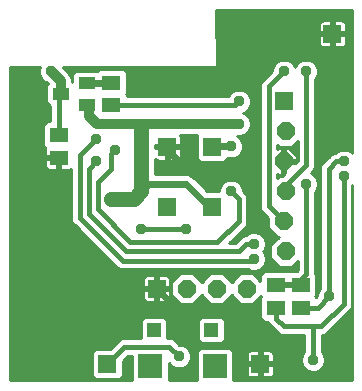
<source format=gbl>
G75*
%MOIN*%
%OFA0B0*%
%FSLAX25Y25*%
%IPPOS*%
%LPD*%
%AMOC8*
5,1,8,0,0,1.08239X$1,22.5*
%
%ADD10R,0.06000X0.06000*%
%ADD11OC8,0.06000*%
%ADD12R,0.05906X0.06299*%
%ADD13R,0.07874X0.07874*%
%ADD14R,0.04724X0.04724*%
%ADD15R,0.06299X0.05118*%
%ADD16R,0.05512X0.03937*%
%ADD17C,0.03762*%
%ADD18C,0.03200*%
%ADD19C,0.01600*%
%ADD20C,0.05000*%
%ADD21C,0.02400*%
%ADD22C,0.01000*%
D10*
X0035500Y0012300D03*
X0051900Y0037400D03*
X0086400Y0012300D03*
X0094300Y0099800D03*
X0110500Y0122300D03*
D11*
X0094925Y0089800D03*
X0094300Y0079800D03*
X0094925Y0069800D03*
X0094300Y0059800D03*
X0094925Y0049800D03*
X0081900Y0037400D03*
X0071900Y0037400D03*
X0061900Y0037400D03*
D12*
X0055520Y0064661D03*
X0070480Y0064661D03*
X0070480Y0084739D03*
X0055520Y0084739D03*
D13*
X0049872Y0011693D03*
X0071328Y0011693D03*
D14*
X0070148Y0023640D03*
X0051038Y0023640D03*
D15*
X0091800Y0031060D03*
X0091800Y0038540D03*
X0099900Y0038540D03*
X0099900Y0031060D03*
X0036800Y0098560D03*
X0036800Y0106040D03*
X0019300Y0088540D03*
X0019300Y0081060D03*
D16*
X0028631Y0098560D03*
X0028631Y0106040D03*
X0019969Y0102300D03*
D17*
X0016800Y0109800D03*
X0031800Y0087300D03*
X0037900Y0083500D03*
X0031800Y0079800D03*
X0036800Y0067300D03*
X0041800Y0067300D03*
X0046800Y0057300D03*
X0061800Y0057300D03*
X0076800Y0069800D03*
X0076800Y0074800D03*
X0076800Y0084800D03*
X0076800Y0084800D03*
X0079300Y0092300D03*
X0084300Y0084800D03*
X0079300Y0099800D03*
X0084300Y0112300D03*
X0094300Y0109800D03*
X0101800Y0109800D03*
X0114300Y0079800D03*
X0114300Y0074800D03*
X0101800Y0072300D03*
X0084300Y0052300D03*
X0084300Y0047300D03*
X0109300Y0034800D03*
X0104100Y0013600D03*
X0059300Y0014800D03*
X0024800Y0029300D03*
X0024800Y0033700D03*
X0024800Y0038100D03*
D18*
X0046800Y0089800D02*
X0046800Y0092200D01*
X0076700Y0092200D01*
X0079300Y0092300D01*
X0046800Y0092200D02*
X0031900Y0092200D01*
X0029300Y0094800D01*
X0029300Y0097891D01*
X0028631Y0098560D01*
X0019969Y0102300D02*
X0019969Y0106631D01*
X0016800Y0109800D01*
D19*
X0019969Y0102300D02*
X0019300Y0101631D01*
X0019300Y0088540D01*
X0026300Y0081800D02*
X0031800Y0087300D01*
X0036800Y0082400D02*
X0037900Y0083500D01*
X0036800Y0082400D02*
X0036800Y0077300D01*
X0032300Y0072800D01*
X0032300Y0063900D01*
X0043200Y0052900D01*
X0072200Y0052900D01*
X0079300Y0059800D01*
X0079300Y0067300D01*
X0076800Y0069800D01*
X0089300Y0064800D02*
X0089300Y0104800D01*
X0094300Y0109800D01*
X0101800Y0109800D02*
X0101800Y0078700D01*
X0101500Y0078400D01*
X0101400Y0078400D01*
X0094300Y0071300D01*
X0094300Y0069800D01*
X0089300Y0064800D02*
X0094300Y0059800D01*
X0084300Y0052300D02*
X0081800Y0052300D01*
X0079300Y0049800D01*
X0041800Y0049800D01*
X0029300Y0062300D01*
X0029300Y0077300D01*
X0031800Y0079800D01*
X0026300Y0081800D02*
X0026300Y0061000D01*
X0040600Y0046700D01*
X0083700Y0046700D01*
X0084300Y0047300D01*
X0091800Y0038540D02*
X0099900Y0038540D01*
X0099300Y0039000D01*
X0098500Y0039000D02*
X0101800Y0042300D01*
X0101800Y0072300D01*
X0109300Y0077300D02*
X0111800Y0079800D01*
X0114300Y0079800D01*
X0114300Y0074800D02*
X0114300Y0032300D01*
X0106800Y0024800D01*
X0104300Y0024800D01*
X0104100Y0024600D01*
X0104100Y0013600D01*
X0104300Y0024800D02*
X0094300Y0024800D01*
X0091800Y0027300D01*
X0091800Y0031060D01*
X0092600Y0039000D02*
X0098500Y0039000D01*
X0099900Y0031060D02*
X0105560Y0031060D01*
X0109300Y0034800D01*
X0109300Y0077300D01*
X0084420Y0084680D02*
X0084300Y0084800D01*
X0084300Y0112300D01*
X0079300Y0099800D02*
X0078060Y0098560D01*
X0036800Y0098560D01*
X0046800Y0057300D02*
X0061800Y0057300D01*
X0056100Y0018000D02*
X0041200Y0018000D01*
X0035500Y0012300D01*
X0056100Y0018000D02*
X0059300Y0014800D01*
D20*
X0044300Y0067300D02*
X0041800Y0067300D01*
X0036800Y0067300D01*
X0044300Y0067300D02*
X0046800Y0069800D01*
X0046800Y0089800D01*
D21*
X0054361Y0084739D02*
X0064300Y0074800D01*
X0076800Y0074800D01*
X0070480Y0064661D02*
X0069439Y0064661D01*
X0061800Y0072300D01*
X0049300Y0072300D01*
X0046800Y0069800D01*
X0054361Y0084739D02*
X0055520Y0084739D01*
X0070480Y0084800D02*
X0070480Y0084739D01*
X0070480Y0084800D02*
X0076800Y0084800D01*
X0036800Y0106040D02*
X0028631Y0106040D01*
X0024800Y0038100D02*
X0024800Y0029300D01*
X0051900Y0037200D02*
X0060600Y0028500D01*
X0051900Y0037200D02*
X0051900Y0037400D01*
D22*
X0003100Y0006900D02*
X0003100Y0111200D01*
X0013071Y0111200D01*
X0012819Y0110592D01*
X0012819Y0109008D01*
X0013425Y0107545D01*
X0014545Y0106425D01*
X0015224Y0106144D01*
X0015671Y0105696D01*
X0015113Y0105138D01*
X0015113Y0099462D01*
X0016344Y0098231D01*
X0016400Y0098231D01*
X0016400Y0093199D01*
X0015281Y0093199D01*
X0014050Y0091969D01*
X0014050Y0085111D01*
X0014830Y0084332D01*
X0014753Y0084198D01*
X0014650Y0083816D01*
X0014650Y0081560D01*
X0018800Y0081560D01*
X0018800Y0080560D01*
X0014650Y0080560D01*
X0014650Y0078303D01*
X0014753Y0077922D01*
X0014950Y0077580D01*
X0015229Y0077300D01*
X0015571Y0077103D01*
X0015953Y0077001D01*
X0018800Y0077001D01*
X0018800Y0080560D01*
X0014650Y0080560D01*
X0014650Y0078303D01*
X0014753Y0077922D01*
X0014950Y0077580D01*
X0015229Y0077300D01*
X0015571Y0077103D01*
X0015953Y0077001D01*
X0018800Y0077001D01*
X0018800Y0080560D01*
X0018800Y0081560D01*
X0014650Y0081560D01*
X0014650Y0083816D01*
X0014753Y0084198D01*
X0014830Y0084332D01*
X0014050Y0085111D01*
X0014050Y0091969D01*
X0015281Y0093199D01*
X0016400Y0093199D01*
X0016400Y0098231D01*
X0016344Y0098231D01*
X0015113Y0099462D01*
X0015113Y0105138D01*
X0015671Y0105696D01*
X0015224Y0106144D01*
X0014545Y0106425D01*
X0013425Y0107545D01*
X0012819Y0109008D01*
X0012819Y0110592D01*
X0013071Y0111200D01*
X0003100Y0111200D01*
X0003100Y0006900D01*
X0043835Y0006900D01*
X0043835Y0015100D01*
X0042401Y0015100D01*
X0040600Y0013299D01*
X0040600Y0008430D01*
X0039370Y0007200D01*
X0031630Y0007200D01*
X0030400Y0008430D01*
X0030400Y0016170D01*
X0031630Y0017400D01*
X0036499Y0017400D01*
X0039557Y0020458D01*
X0040623Y0020900D01*
X0046576Y0020900D01*
X0046576Y0026872D01*
X0047806Y0028102D01*
X0054270Y0028102D01*
X0055501Y0026872D01*
X0055501Y0020900D01*
X0056677Y0020900D01*
X0057743Y0020458D01*
X0058558Y0019643D01*
X0059420Y0018781D01*
X0060092Y0018781D01*
X0061555Y0018175D01*
X0062675Y0017055D01*
X0063281Y0015592D01*
X0063281Y0014008D01*
X0062675Y0012545D01*
X0061555Y0011425D01*
X0060092Y0010819D01*
X0058508Y0010819D01*
X0057045Y0011425D01*
X0055925Y0012545D01*
X0055909Y0012584D01*
X0055909Y0006900D01*
X0065291Y0006900D01*
X0065291Y0016500D01*
X0066521Y0017730D01*
X0076135Y0017730D01*
X0077365Y0016500D01*
X0077365Y0006900D01*
X0117201Y0006900D01*
X0117201Y0072071D01*
X0117200Y0072070D01*
X0117200Y0031723D01*
X0116758Y0030657D01*
X0109258Y0023157D01*
X0108443Y0022341D01*
X0107377Y0021900D01*
X0107000Y0021900D01*
X0107000Y0016330D01*
X0107475Y0015855D01*
X0108081Y0014392D01*
X0108081Y0012808D01*
X0107475Y0011345D01*
X0106355Y0010225D01*
X0104892Y0009619D01*
X0103308Y0009619D01*
X0101845Y0010225D01*
X0100725Y0011345D01*
X0100119Y0012808D01*
X0100119Y0014392D01*
X0100725Y0015855D01*
X0101200Y0016330D01*
X0101200Y0021900D01*
X0093723Y0021900D01*
X0092657Y0022341D01*
X0090157Y0024841D01*
X0089341Y0025657D01*
X0089034Y0026401D01*
X0087781Y0026401D01*
X0086550Y0027631D01*
X0086550Y0034489D01*
X0086862Y0034800D01*
X0086687Y0034975D01*
X0084012Y0032300D01*
X0079788Y0032300D01*
X0076900Y0035188D01*
X0074012Y0032300D01*
X0069788Y0032300D01*
X0066900Y0035188D01*
X0064012Y0032300D01*
X0059788Y0032300D01*
X0056800Y0035288D01*
X0056800Y0039512D01*
X0059788Y0042500D01*
X0064012Y0042500D01*
X0066900Y0039612D01*
X0069788Y0042500D01*
X0074012Y0042500D01*
X0076900Y0039612D01*
X0079788Y0042500D01*
X0084012Y0042500D01*
X0086550Y0039962D01*
X0086550Y0041969D01*
X0087781Y0043199D01*
X0095819Y0043199D01*
X0095850Y0043169D01*
X0095881Y0043199D01*
X0098598Y0043199D01*
X0098900Y0043501D01*
X0098900Y0046563D01*
X0097037Y0044700D01*
X0092813Y0044700D01*
X0089825Y0047688D01*
X0089825Y0051912D01*
X0092613Y0054700D01*
X0092188Y0054700D01*
X0089200Y0057688D01*
X0089200Y0060799D01*
X0087657Y0062341D01*
X0086841Y0063157D01*
X0086400Y0064223D01*
X0086400Y0105377D01*
X0086841Y0106443D01*
X0090319Y0109920D01*
X0090319Y0110592D01*
X0090925Y0112055D01*
X0092045Y0113175D01*
X0093508Y0113781D01*
X0095092Y0113781D01*
X0096555Y0113175D01*
X0097675Y0112055D01*
X0098050Y0111150D01*
X0098425Y0112055D01*
X0099545Y0113175D01*
X0101008Y0113781D01*
X0102592Y0113781D01*
X0104055Y0113175D01*
X0105175Y0112055D01*
X0105781Y0110592D01*
X0105781Y0109008D01*
X0105175Y0107545D01*
X0104700Y0107070D01*
X0104700Y0078123D01*
X0104258Y0077057D01*
X0103221Y0076020D01*
X0104055Y0075675D01*
X0105175Y0074555D01*
X0105781Y0073092D01*
X0105781Y0071508D01*
X0105175Y0070045D01*
X0104700Y0069570D01*
X0104700Y0042419D01*
X0105150Y0041969D01*
X0105150Y0035111D01*
X0104838Y0034800D01*
X0105019Y0034620D01*
X0105319Y0034920D01*
X0105319Y0035592D01*
X0105925Y0037055D01*
X0106400Y0037530D01*
X0106400Y0077877D01*
X0106841Y0078943D01*
X0109341Y0081443D01*
X0110157Y0082258D01*
X0111223Y0082700D01*
X0111570Y0082700D01*
X0112045Y0083175D01*
X0113508Y0083781D01*
X0115092Y0083781D01*
X0116555Y0083175D01*
X0117201Y0082529D01*
X0117201Y0130161D01*
X0071820Y0130161D01*
X0072000Y0111200D01*
X0020633Y0111200D01*
X0023106Y0108727D01*
X0023669Y0107367D01*
X0023669Y0106294D01*
X0023775Y0106189D01*
X0023775Y0108879D01*
X0025005Y0110109D01*
X0032190Y0110109D01*
X0032781Y0110699D01*
X0040819Y0110699D01*
X0042050Y0109469D01*
X0042050Y0102611D01*
X0041738Y0102300D01*
X0042050Y0101989D01*
X0042050Y0101460D01*
X0075678Y0101460D01*
X0075925Y0102055D01*
X0077045Y0103175D01*
X0078508Y0103781D01*
X0080092Y0103781D01*
X0081555Y0103175D01*
X0082675Y0102055D01*
X0083281Y0100592D01*
X0083281Y0099008D01*
X0082675Y0097545D01*
X0081555Y0096425D01*
X0080650Y0096050D01*
X0081555Y0095675D01*
X0082675Y0094555D01*
X0083281Y0093092D01*
X0083281Y0091508D01*
X0082675Y0090045D01*
X0081555Y0088925D01*
X0080092Y0088319D01*
X0078708Y0088319D01*
X0079055Y0088175D01*
X0080175Y0087055D01*
X0080781Y0085592D01*
X0080781Y0084008D01*
X0080175Y0082545D01*
X0079055Y0081425D01*
X0077592Y0080819D01*
X0076008Y0080819D01*
X0075533Y0081016D01*
X0075533Y0080720D01*
X0074303Y0079490D01*
X0066658Y0079490D01*
X0065428Y0080720D01*
X0065428Y0088500D01*
X0059852Y0088500D01*
X0059870Y0088468D01*
X0059972Y0088086D01*
X0059972Y0085239D01*
X0056020Y0085239D01*
X0056020Y0084239D01*
X0059972Y0084239D01*
X0059972Y0081392D01*
X0059870Y0081011D01*
X0059673Y0080669D01*
X0059393Y0080389D01*
X0059051Y0080192D01*
X0058670Y0080090D01*
X0056020Y0080090D01*
X0056020Y0084239D01*
X0055020Y0084239D01*
X0055020Y0080090D01*
X0052369Y0080090D01*
X0051988Y0080192D01*
X0051646Y0080389D01*
X0051400Y0080635D01*
X0051400Y0075600D01*
X0062456Y0075600D01*
X0063669Y0075098D01*
X0064598Y0074169D01*
X0068857Y0069910D01*
X0072819Y0069910D01*
X0072819Y0070592D01*
X0073425Y0072055D01*
X0074545Y0073175D01*
X0076008Y0073781D01*
X0077592Y0073781D01*
X0079055Y0073175D01*
X0080175Y0072055D01*
X0080781Y0070592D01*
X0080781Y0069920D01*
X0080943Y0069758D01*
X0081758Y0068943D01*
X0082200Y0067877D01*
X0082200Y0060355D01*
X0082208Y0060335D01*
X0082200Y0059780D01*
X0082200Y0059223D01*
X0082192Y0059203D01*
X0082191Y0059182D01*
X0081971Y0058671D01*
X0081758Y0058157D01*
X0081743Y0058142D01*
X0081735Y0058122D01*
X0081336Y0057735D01*
X0080943Y0057341D01*
X0080923Y0057333D01*
X0076155Y0052700D01*
X0078099Y0052700D01*
X0079341Y0053943D01*
X0079341Y0053943D01*
X0080157Y0054758D01*
X0081223Y0055200D01*
X0081570Y0055200D01*
X0082045Y0055675D01*
X0083508Y0056281D01*
X0085092Y0056281D01*
X0086555Y0055675D01*
X0087675Y0054555D01*
X0088281Y0053092D01*
X0088281Y0051508D01*
X0087675Y0050045D01*
X0087430Y0049800D01*
X0087675Y0049555D01*
X0088281Y0048092D01*
X0088281Y0046508D01*
X0087675Y0045045D01*
X0086555Y0043925D01*
X0085092Y0043319D01*
X0083508Y0043319D01*
X0082347Y0043800D01*
X0040023Y0043800D01*
X0038957Y0044241D01*
X0038141Y0045057D01*
X0024657Y0058541D01*
X0023841Y0059357D01*
X0023400Y0060423D01*
X0023400Y0077330D01*
X0023371Y0077300D01*
X0023029Y0077103D01*
X0022647Y0077001D01*
X0019800Y0077001D01*
X0019800Y0080560D01*
X0018800Y0080560D01*
X0014650Y0080560D01*
X0014650Y0078303D01*
X0014753Y0077922D01*
X0014950Y0077580D01*
X0015229Y0077300D01*
X0015571Y0077103D01*
X0015953Y0077001D01*
X0018800Y0077001D01*
X0018800Y0080560D01*
X0018800Y0081560D01*
X0014650Y0081560D01*
X0014650Y0083816D01*
X0014753Y0084198D01*
X0014830Y0084332D01*
X0014050Y0085111D01*
X0014050Y0091969D01*
X0015281Y0093199D01*
X0016400Y0093199D01*
X0016400Y0098231D01*
X0016344Y0098231D01*
X0015113Y0099462D01*
X0015113Y0105138D01*
X0015671Y0105696D01*
X0015224Y0106144D01*
X0014545Y0106425D01*
X0013425Y0107545D01*
X0012819Y0109008D01*
X0012819Y0110592D01*
X0013071Y0111200D01*
X0003100Y0111200D01*
X0003100Y0006900D01*
X0043835Y0006900D01*
X0043835Y0015100D01*
X0042401Y0015100D01*
X0040600Y0013299D01*
X0040600Y0008430D01*
X0039370Y0007200D01*
X0031630Y0007200D01*
X0030400Y0008430D01*
X0030400Y0016170D01*
X0031630Y0017400D01*
X0036499Y0017400D01*
X0039557Y0020458D01*
X0040623Y0020900D01*
X0046576Y0020900D01*
X0046576Y0026872D01*
X0047806Y0028102D01*
X0054270Y0028102D01*
X0055501Y0026872D01*
X0055501Y0020900D01*
X0056677Y0020900D01*
X0057743Y0020458D01*
X0058558Y0019643D01*
X0059420Y0018781D01*
X0060092Y0018781D01*
X0061555Y0018175D01*
X0062675Y0017055D01*
X0063281Y0015592D01*
X0063281Y0014008D01*
X0062675Y0012545D01*
X0061555Y0011425D01*
X0060092Y0010819D01*
X0058508Y0010819D01*
X0057045Y0011425D01*
X0055925Y0012545D01*
X0055909Y0012584D01*
X0055909Y0006900D01*
X0065291Y0006900D01*
X0065291Y0016500D01*
X0066521Y0017730D01*
X0076135Y0017730D01*
X0077365Y0016500D01*
X0077365Y0006900D01*
X0117201Y0006900D01*
X0117201Y0072071D01*
X0117200Y0072070D01*
X0117200Y0031723D01*
X0116758Y0030657D01*
X0109258Y0023157D01*
X0108443Y0022341D01*
X0107377Y0021900D01*
X0107000Y0021900D01*
X0107000Y0016330D01*
X0107475Y0015855D01*
X0108081Y0014392D01*
X0108081Y0012808D01*
X0107475Y0011345D01*
X0106355Y0010225D01*
X0104892Y0009619D01*
X0103308Y0009619D01*
X0101845Y0010225D01*
X0100725Y0011345D01*
X0100119Y0012808D01*
X0100119Y0014392D01*
X0100725Y0015855D01*
X0101200Y0016330D01*
X0101200Y0021900D01*
X0093723Y0021900D01*
X0092657Y0022341D01*
X0090157Y0024841D01*
X0089341Y0025657D01*
X0089034Y0026401D01*
X0087781Y0026401D01*
X0086550Y0027631D01*
X0086550Y0034489D01*
X0086862Y0034800D01*
X0086687Y0034975D01*
X0084012Y0032300D01*
X0079788Y0032300D01*
X0076900Y0035188D01*
X0074012Y0032300D01*
X0069788Y0032300D01*
X0066900Y0035188D01*
X0064012Y0032300D01*
X0059788Y0032300D01*
X0056800Y0035288D01*
X0056800Y0039512D01*
X0059788Y0042500D01*
X0064012Y0042500D01*
X0066900Y0039612D01*
X0069788Y0042500D01*
X0074012Y0042500D01*
X0076900Y0039612D01*
X0079788Y0042500D01*
X0084012Y0042500D01*
X0086550Y0039962D01*
X0086550Y0041969D01*
X0087781Y0043199D01*
X0095819Y0043199D01*
X0095850Y0043169D01*
X0095881Y0043199D01*
X0098598Y0043199D01*
X0098900Y0043501D01*
X0098900Y0046563D01*
X0097037Y0044700D01*
X0092813Y0044700D01*
X0089825Y0047688D01*
X0089825Y0051912D01*
X0092613Y0054700D01*
X0092188Y0054700D01*
X0089200Y0057688D01*
X0089200Y0060799D01*
X0087657Y0062341D01*
X0086841Y0063157D01*
X0086400Y0064223D01*
X0086400Y0105377D01*
X0086841Y0106443D01*
X0090319Y0109920D01*
X0090319Y0110592D01*
X0090925Y0112055D01*
X0092045Y0113175D01*
X0093508Y0113781D01*
X0095092Y0113781D01*
X0096555Y0113175D01*
X0097675Y0112055D01*
X0098050Y0111150D01*
X0098425Y0112055D01*
X0099545Y0113175D01*
X0101008Y0113781D01*
X0102592Y0113781D01*
X0104055Y0113175D01*
X0105175Y0112055D01*
X0105781Y0110592D01*
X0105781Y0109008D01*
X0105175Y0107545D01*
X0104700Y0107070D01*
X0104700Y0078123D01*
X0104258Y0077057D01*
X0103221Y0076020D01*
X0104055Y0075675D01*
X0105175Y0074555D01*
X0105781Y0073092D01*
X0105781Y0071508D01*
X0105175Y0070045D01*
X0104700Y0069570D01*
X0104700Y0042419D01*
X0105150Y0041969D01*
X0105150Y0035111D01*
X0104838Y0034800D01*
X0105019Y0034620D01*
X0105319Y0034920D01*
X0105319Y0035592D01*
X0105925Y0037055D01*
X0106400Y0037530D01*
X0106400Y0077877D01*
X0106841Y0078943D01*
X0109341Y0081443D01*
X0110157Y0082258D01*
X0111223Y0082700D01*
X0111570Y0082700D01*
X0112045Y0083175D01*
X0113508Y0083781D01*
X0115092Y0083781D01*
X0116555Y0083175D01*
X0117201Y0082529D01*
X0117201Y0130161D01*
X0071820Y0130161D01*
X0072000Y0111200D01*
X0020633Y0111200D01*
X0023106Y0108727D01*
X0023669Y0107367D01*
X0023669Y0106294D01*
X0023775Y0106189D01*
X0023775Y0108879D01*
X0025005Y0110109D01*
X0032190Y0110109D01*
X0032781Y0110699D01*
X0040819Y0110699D01*
X0042050Y0109469D01*
X0042050Y0102611D01*
X0041738Y0102300D01*
X0042050Y0101989D01*
X0042050Y0101460D01*
X0075678Y0101460D01*
X0075925Y0102055D01*
X0077045Y0103175D01*
X0078508Y0103781D01*
X0080092Y0103781D01*
X0081555Y0103175D01*
X0082675Y0102055D01*
X0083281Y0100592D01*
X0083281Y0099008D01*
X0082675Y0097545D01*
X0081555Y0096425D01*
X0080650Y0096050D01*
X0081555Y0095675D01*
X0082675Y0094555D01*
X0083281Y0093092D01*
X0083281Y0091508D01*
X0082675Y0090045D01*
X0081555Y0088925D01*
X0080092Y0088319D01*
X0078708Y0088319D01*
X0079055Y0088175D01*
X0080175Y0087055D01*
X0080781Y0085592D01*
X0080781Y0084008D01*
X0080175Y0082545D01*
X0079055Y0081425D01*
X0077592Y0080819D01*
X0076008Y0080819D01*
X0075533Y0081016D01*
X0075533Y0080720D01*
X0074303Y0079490D01*
X0066658Y0079490D01*
X0065428Y0080720D01*
X0065428Y0088500D01*
X0059852Y0088500D01*
X0059870Y0088468D01*
X0059972Y0088086D01*
X0059972Y0085239D01*
X0056020Y0085239D01*
X0056020Y0084239D01*
X0059972Y0084239D01*
X0059972Y0081392D01*
X0059870Y0081011D01*
X0059673Y0080669D01*
X0059393Y0080389D01*
X0059051Y0080192D01*
X0058670Y0080090D01*
X0056020Y0080090D01*
X0056020Y0084239D01*
X0055020Y0084239D01*
X0055020Y0080090D01*
X0052369Y0080090D01*
X0051988Y0080192D01*
X0051646Y0080389D01*
X0051400Y0080635D01*
X0051400Y0075600D01*
X0062456Y0075600D01*
X0063669Y0075098D01*
X0064598Y0074169D01*
X0068857Y0069910D01*
X0072819Y0069910D01*
X0072819Y0070592D01*
X0073425Y0072055D01*
X0074545Y0073175D01*
X0076008Y0073781D01*
X0077592Y0073781D01*
X0079055Y0073175D01*
X0080175Y0072055D01*
X0080781Y0070592D01*
X0080781Y0069920D01*
X0080943Y0069758D01*
X0081758Y0068943D01*
X0082200Y0067877D01*
X0082200Y0060355D01*
X0082208Y0060335D01*
X0082200Y0059780D01*
X0082200Y0059223D01*
X0082192Y0059203D01*
X0082191Y0059182D01*
X0081971Y0058671D01*
X0081758Y0058157D01*
X0081743Y0058142D01*
X0081735Y0058122D01*
X0081336Y0057735D01*
X0080943Y0057341D01*
X0080923Y0057333D01*
X0076155Y0052700D01*
X0078099Y0052700D01*
X0079341Y0053943D01*
X0079341Y0053943D01*
X0080157Y0054758D01*
X0081223Y0055200D01*
X0081570Y0055200D01*
X0082045Y0055675D01*
X0083508Y0056281D01*
X0085092Y0056281D01*
X0086555Y0055675D01*
X0087675Y0054555D01*
X0088281Y0053092D01*
X0088281Y0051508D01*
X0087675Y0050045D01*
X0087430Y0049800D01*
X0087675Y0049555D01*
X0088281Y0048092D01*
X0088281Y0046508D01*
X0087675Y0045045D01*
X0086555Y0043925D01*
X0085092Y0043319D01*
X0083508Y0043319D01*
X0082347Y0043800D01*
X0040023Y0043800D01*
X0038957Y0044241D01*
X0038141Y0045057D01*
X0024657Y0058541D01*
X0023841Y0059357D01*
X0023400Y0060423D01*
X0023400Y0077330D01*
X0023371Y0077300D01*
X0023029Y0077103D01*
X0022647Y0077001D01*
X0019800Y0077001D01*
X0019800Y0080560D01*
X0018800Y0080560D01*
X0014650Y0080560D01*
X0014650Y0078303D01*
X0014753Y0077922D01*
X0014950Y0077580D01*
X0015229Y0077300D01*
X0015571Y0077103D01*
X0015953Y0077001D01*
X0018800Y0077001D01*
X0018800Y0080560D01*
X0018800Y0081560D01*
X0014650Y0081560D01*
X0014650Y0083816D01*
X0014753Y0084198D01*
X0014830Y0084332D01*
X0014050Y0085111D01*
X0014050Y0091969D01*
X0015281Y0093199D01*
X0016400Y0093199D01*
X0016400Y0098231D01*
X0016344Y0098231D01*
X0015113Y0099462D01*
X0015113Y0105138D01*
X0015671Y0105696D01*
X0015224Y0106144D01*
X0014545Y0106425D01*
X0013425Y0107545D01*
X0012819Y0109008D01*
X0012819Y0110592D01*
X0013071Y0111200D01*
X0003100Y0111200D01*
X0003100Y0006900D01*
X0043835Y0006900D01*
X0043835Y0015100D01*
X0042401Y0015100D01*
X0040600Y0013299D01*
X0040600Y0008430D01*
X0039370Y0007200D01*
X0031630Y0007200D01*
X0030400Y0008430D01*
X0030400Y0016170D01*
X0031630Y0017400D01*
X0036499Y0017400D01*
X0039557Y0020458D01*
X0040623Y0020900D01*
X0046576Y0020900D01*
X0046576Y0026872D01*
X0047806Y0028102D01*
X0054270Y0028102D01*
X0055501Y0026872D01*
X0055501Y0020900D01*
X0056677Y0020900D01*
X0057743Y0020458D01*
X0058558Y0019643D01*
X0059420Y0018781D01*
X0060092Y0018781D01*
X0061555Y0018175D01*
X0062675Y0017055D01*
X0063281Y0015592D01*
X0063281Y0014008D01*
X0062675Y0012545D01*
X0061555Y0011425D01*
X0060092Y0010819D01*
X0058508Y0010819D01*
X0057045Y0011425D01*
X0055925Y0012545D01*
X0055909Y0012584D01*
X0055909Y0006900D01*
X0065291Y0006900D01*
X0065291Y0016500D01*
X0066521Y0017730D01*
X0076135Y0017730D01*
X0077365Y0016500D01*
X0077365Y0006900D01*
X0117201Y0006900D01*
X0117201Y0072071D01*
X0117200Y0072070D01*
X0117200Y0031723D01*
X0116758Y0030657D01*
X0109258Y0023157D01*
X0108443Y0022341D01*
X0107377Y0021900D01*
X0107000Y0021900D01*
X0107000Y0016330D01*
X0107475Y0015855D01*
X0108081Y0014392D01*
X0108081Y0012808D01*
X0107475Y0011345D01*
X0106355Y0010225D01*
X0104892Y0009619D01*
X0103308Y0009619D01*
X0101845Y0010225D01*
X0100725Y0011345D01*
X0100119Y0012808D01*
X0100119Y0014392D01*
X0100725Y0015855D01*
X0101200Y0016330D01*
X0101200Y0021900D01*
X0093723Y0021900D01*
X0092657Y0022341D01*
X0090157Y0024841D01*
X0089341Y0025657D01*
X0089034Y0026401D01*
X0087781Y0026401D01*
X0086550Y0027631D01*
X0086550Y0034489D01*
X0086862Y0034800D01*
X0086687Y0034975D01*
X0084012Y0032300D01*
X0079788Y0032300D01*
X0076900Y0035188D01*
X0074012Y0032300D01*
X0069788Y0032300D01*
X0066900Y0035188D01*
X0064012Y0032300D01*
X0059788Y0032300D01*
X0056800Y0035288D01*
X0056800Y0039512D01*
X0059788Y0042500D01*
X0064012Y0042500D01*
X0066900Y0039612D01*
X0069788Y0042500D01*
X0074012Y0042500D01*
X0076900Y0039612D01*
X0079788Y0042500D01*
X0084012Y0042500D01*
X0086550Y0039962D01*
X0086550Y0041969D01*
X0087781Y0043199D01*
X0095819Y0043199D01*
X0095850Y0043169D01*
X0095881Y0043199D01*
X0098598Y0043199D01*
X0098900Y0043501D01*
X0098900Y0046563D01*
X0097037Y0044700D01*
X0092813Y0044700D01*
X0089825Y0047688D01*
X0089825Y0051912D01*
X0092613Y0054700D01*
X0092188Y0054700D01*
X0089200Y0057688D01*
X0089200Y0060799D01*
X0087657Y0062341D01*
X0086841Y0063157D01*
X0086400Y0064223D01*
X0086400Y0105377D01*
X0086841Y0106443D01*
X0090319Y0109920D01*
X0090319Y0110592D01*
X0090925Y0112055D01*
X0092045Y0113175D01*
X0093508Y0113781D01*
X0095092Y0113781D01*
X0096555Y0113175D01*
X0097675Y0112055D01*
X0098050Y0111150D01*
X0098425Y0112055D01*
X0099545Y0113175D01*
X0101008Y0113781D01*
X0102592Y0113781D01*
X0104055Y0113175D01*
X0105175Y0112055D01*
X0105781Y0110592D01*
X0105781Y0109008D01*
X0105175Y0107545D01*
X0104700Y0107070D01*
X0104700Y0078123D01*
X0104258Y0077057D01*
X0103221Y0076020D01*
X0104055Y0075675D01*
X0105175Y0074555D01*
X0105781Y0073092D01*
X0105781Y0071508D01*
X0105175Y0070045D01*
X0104700Y0069570D01*
X0104700Y0042419D01*
X0105150Y0041969D01*
X0105150Y0035111D01*
X0104838Y0034800D01*
X0105019Y0034620D01*
X0105319Y0034920D01*
X0105319Y0035592D01*
X0105925Y0037055D01*
X0106400Y0037530D01*
X0106400Y0077877D01*
X0106841Y0078943D01*
X0109341Y0081443D01*
X0110157Y0082258D01*
X0111223Y0082700D01*
X0111570Y0082700D01*
X0112045Y0083175D01*
X0113508Y0083781D01*
X0115092Y0083781D01*
X0116555Y0083175D01*
X0117201Y0082529D01*
X0117201Y0130161D01*
X0071820Y0130161D01*
X0072000Y0111200D01*
X0020633Y0111200D01*
X0023106Y0108727D01*
X0023669Y0107367D01*
X0023669Y0106294D01*
X0023775Y0106189D01*
X0023775Y0108879D01*
X0025005Y0110109D01*
X0032190Y0110109D01*
X0032781Y0110699D01*
X0040819Y0110699D01*
X0042050Y0109469D01*
X0042050Y0102611D01*
X0041738Y0102300D01*
X0042050Y0101989D01*
X0042050Y0101460D01*
X0075678Y0101460D01*
X0075925Y0102055D01*
X0077045Y0103175D01*
X0078508Y0103781D01*
X0080092Y0103781D01*
X0081555Y0103175D01*
X0082675Y0102055D01*
X0083281Y0100592D01*
X0083281Y0099008D01*
X0082675Y0097545D01*
X0081555Y0096425D01*
X0080650Y0096050D01*
X0081555Y0095675D01*
X0082675Y0094555D01*
X0083281Y0093092D01*
X0083281Y0091508D01*
X0082675Y0090045D01*
X0081555Y0088925D01*
X0080092Y0088319D01*
X0078708Y0088319D01*
X0079055Y0088175D01*
X0080175Y0087055D01*
X0080781Y0085592D01*
X0080781Y0084008D01*
X0080175Y0082545D01*
X0079055Y0081425D01*
X0077592Y0080819D01*
X0076008Y0080819D01*
X0075533Y0081016D01*
X0075533Y0080720D01*
X0074303Y0079490D01*
X0066658Y0079490D01*
X0065428Y0080720D01*
X0065428Y0088500D01*
X0059852Y0088500D01*
X0059870Y0088468D01*
X0059972Y0088086D01*
X0059972Y0085239D01*
X0056020Y0085239D01*
X0056020Y0084239D01*
X0059972Y0084239D01*
X0059972Y0081392D01*
X0059870Y0081011D01*
X0059673Y0080669D01*
X0059393Y0080389D01*
X0059051Y0080192D01*
X0058670Y0080090D01*
X0056020Y0080090D01*
X0056020Y0084239D01*
X0055020Y0084239D01*
X0055020Y0080090D01*
X0052369Y0080090D01*
X0051988Y0080192D01*
X0051646Y0080389D01*
X0051400Y0080635D01*
X0051400Y0075600D01*
X0062456Y0075600D01*
X0063669Y0075098D01*
X0064598Y0074169D01*
X0068857Y0069910D01*
X0072819Y0069910D01*
X0072819Y0070592D01*
X0073425Y0072055D01*
X0074545Y0073175D01*
X0076008Y0073781D01*
X0077592Y0073781D01*
X0079055Y0073175D01*
X0080175Y0072055D01*
X0080781Y0070592D01*
X0080781Y0069920D01*
X0080943Y0069758D01*
X0081758Y0068943D01*
X0082200Y0067877D01*
X0082200Y0060355D01*
X0082208Y0060335D01*
X0082200Y0059780D01*
X0082200Y0059223D01*
X0082192Y0059203D01*
X0082191Y0059182D01*
X0081971Y0058671D01*
X0081758Y0058157D01*
X0081743Y0058142D01*
X0081735Y0058122D01*
X0081336Y0057735D01*
X0080943Y0057341D01*
X0080923Y0057333D01*
X0076155Y0052700D01*
X0078099Y0052700D01*
X0079341Y0053943D01*
X0079341Y0053943D01*
X0080157Y0054758D01*
X0081223Y0055200D01*
X0081570Y0055200D01*
X0082045Y0055675D01*
X0083508Y0056281D01*
X0085092Y0056281D01*
X0086555Y0055675D01*
X0087675Y0054555D01*
X0088281Y0053092D01*
X0088281Y0051508D01*
X0087675Y0050045D01*
X0087430Y0049800D01*
X0087675Y0049555D01*
X0088281Y0048092D01*
X0088281Y0046508D01*
X0087675Y0045045D01*
X0086555Y0043925D01*
X0085092Y0043319D01*
X0083508Y0043319D01*
X0082347Y0043800D01*
X0040023Y0043800D01*
X0038957Y0044241D01*
X0038141Y0045057D01*
X0024657Y0058541D01*
X0023841Y0059357D01*
X0023400Y0060423D01*
X0023400Y0077330D01*
X0023371Y0077300D01*
X0023029Y0077103D01*
X0022647Y0077001D01*
X0019800Y0077001D01*
X0019800Y0080560D01*
X0018800Y0080560D01*
X0019800Y0080560D01*
X0019800Y0077001D01*
X0022647Y0077001D01*
X0023029Y0077103D01*
X0023371Y0077300D01*
X0023400Y0077330D01*
X0023400Y0060423D01*
X0023841Y0059357D01*
X0024657Y0058541D01*
X0038141Y0045057D01*
X0038957Y0044241D01*
X0040023Y0043800D01*
X0082347Y0043800D01*
X0083508Y0043319D01*
X0085092Y0043319D01*
X0086555Y0043925D01*
X0087675Y0045045D01*
X0088281Y0046508D01*
X0088281Y0048092D01*
X0087675Y0049555D01*
X0087430Y0049800D01*
X0087675Y0050045D01*
X0088281Y0051508D01*
X0088281Y0053092D01*
X0087675Y0054555D01*
X0086555Y0055675D01*
X0085092Y0056281D01*
X0083508Y0056281D01*
X0082045Y0055675D01*
X0081570Y0055200D01*
X0081223Y0055200D01*
X0080157Y0054758D01*
X0079341Y0053943D01*
X0078099Y0052700D01*
X0076155Y0052700D01*
X0080923Y0057333D01*
X0080943Y0057341D01*
X0081336Y0057735D01*
X0081735Y0058122D01*
X0081743Y0058142D01*
X0081758Y0058157D01*
X0081971Y0058671D01*
X0082191Y0059182D01*
X0082192Y0059203D01*
X0082200Y0059223D01*
X0082200Y0059780D01*
X0082208Y0060335D01*
X0082200Y0060355D01*
X0082200Y0067877D01*
X0081758Y0068943D01*
X0080943Y0069758D01*
X0080781Y0069920D01*
X0080781Y0070592D01*
X0080175Y0072055D01*
X0079055Y0073175D01*
X0077592Y0073781D01*
X0076008Y0073781D01*
X0074545Y0073175D01*
X0073425Y0072055D01*
X0072819Y0070592D01*
X0072819Y0069910D01*
X0068857Y0069910D01*
X0064598Y0074169D01*
X0063669Y0075098D01*
X0062456Y0075600D01*
X0051400Y0075600D01*
X0051400Y0080635D01*
X0051646Y0080389D01*
X0051988Y0080192D01*
X0052369Y0080090D01*
X0055020Y0080090D01*
X0055020Y0084239D01*
X0056020Y0084239D01*
X0056020Y0085239D01*
X0059972Y0085239D01*
X0059972Y0088086D01*
X0059870Y0088468D01*
X0059852Y0088500D01*
X0065428Y0088500D01*
X0065428Y0080720D01*
X0066658Y0079490D01*
X0074303Y0079490D01*
X0075533Y0080720D01*
X0075533Y0081016D01*
X0076008Y0080819D01*
X0077592Y0080819D01*
X0079055Y0081425D01*
X0080175Y0082545D01*
X0080781Y0084008D01*
X0080781Y0085592D01*
X0080175Y0087055D01*
X0079055Y0088175D01*
X0078708Y0088319D01*
X0080092Y0088319D01*
X0081555Y0088925D01*
X0082675Y0090045D01*
X0083281Y0091508D01*
X0083281Y0093092D01*
X0082675Y0094555D01*
X0081555Y0095675D01*
X0080650Y0096050D01*
X0081555Y0096425D01*
X0082675Y0097545D01*
X0083281Y0099008D01*
X0083281Y0100592D01*
X0082675Y0102055D01*
X0081555Y0103175D01*
X0080092Y0103781D01*
X0078508Y0103781D01*
X0077045Y0103175D01*
X0075925Y0102055D01*
X0075678Y0101460D01*
X0042050Y0101460D01*
X0042050Y0101989D01*
X0041738Y0102300D01*
X0042050Y0102611D01*
X0042050Y0109469D01*
X0040819Y0110699D01*
X0032781Y0110699D01*
X0032190Y0110109D01*
X0025005Y0110109D01*
X0023775Y0108879D01*
X0023775Y0106189D01*
X0023669Y0106294D01*
X0023669Y0107367D01*
X0023106Y0108727D01*
X0020633Y0111200D01*
X0072000Y0111200D01*
X0071820Y0130161D01*
X0117201Y0130161D01*
X0117201Y0082529D01*
X0116555Y0083175D01*
X0115092Y0083781D01*
X0113508Y0083781D01*
X0112045Y0083175D01*
X0111570Y0082700D01*
X0111223Y0082700D01*
X0110157Y0082258D01*
X0109341Y0081443D01*
X0106841Y0078943D01*
X0106400Y0077877D01*
X0106400Y0037530D01*
X0105925Y0037055D01*
X0105319Y0035592D01*
X0105319Y0034920D01*
X0105019Y0034620D01*
X0104838Y0034800D01*
X0105150Y0035111D01*
X0105150Y0041969D01*
X0104700Y0042419D01*
X0104700Y0069570D01*
X0105175Y0070045D01*
X0105781Y0071508D01*
X0105781Y0073092D01*
X0105175Y0074555D01*
X0104055Y0075675D01*
X0103221Y0076020D01*
X0104258Y0077057D01*
X0104700Y0078123D01*
X0104700Y0107070D01*
X0105175Y0107545D01*
X0105781Y0109008D01*
X0105781Y0110592D01*
X0105175Y0112055D01*
X0104055Y0113175D01*
X0102592Y0113781D01*
X0101008Y0113781D01*
X0099545Y0113175D01*
X0098425Y0112055D01*
X0098050Y0111150D01*
X0097675Y0112055D01*
X0096555Y0113175D01*
X0095092Y0113781D01*
X0093508Y0113781D01*
X0092045Y0113175D01*
X0090925Y0112055D01*
X0090319Y0110592D01*
X0090319Y0109920D01*
X0086841Y0106443D01*
X0086400Y0105377D01*
X0086400Y0064223D01*
X0086841Y0063157D01*
X0087657Y0062341D01*
X0089200Y0060799D01*
X0089200Y0057688D01*
X0092188Y0054700D01*
X0092613Y0054700D01*
X0089825Y0051912D01*
X0089825Y0047688D01*
X0092813Y0044700D01*
X0097037Y0044700D01*
X0098900Y0046563D01*
X0098900Y0043501D01*
X0098598Y0043199D01*
X0095881Y0043199D01*
X0095850Y0043169D01*
X0095819Y0043199D01*
X0087781Y0043199D01*
X0086550Y0041969D01*
X0086550Y0039962D01*
X0084012Y0042500D01*
X0079788Y0042500D01*
X0076900Y0039612D01*
X0074012Y0042500D01*
X0069788Y0042500D01*
X0066900Y0039612D01*
X0064012Y0042500D01*
X0059788Y0042500D01*
X0056800Y0039512D01*
X0056800Y0035288D01*
X0059788Y0032300D01*
X0064012Y0032300D01*
X0066900Y0035188D01*
X0069788Y0032300D01*
X0074012Y0032300D01*
X0076900Y0035188D01*
X0079788Y0032300D01*
X0084012Y0032300D01*
X0086687Y0034975D01*
X0086862Y0034800D01*
X0086550Y0034489D01*
X0086550Y0027631D01*
X0087781Y0026401D01*
X0089034Y0026401D01*
X0089341Y0025657D01*
X0090157Y0024841D01*
X0092657Y0022341D01*
X0093723Y0021900D01*
X0101200Y0021900D01*
X0101200Y0016330D01*
X0100725Y0015855D01*
X0100119Y0014392D01*
X0100119Y0012808D01*
X0100725Y0011345D01*
X0101845Y0010225D01*
X0103308Y0009619D01*
X0104892Y0009619D01*
X0106355Y0010225D01*
X0107475Y0011345D01*
X0108081Y0012808D01*
X0108081Y0014392D01*
X0107475Y0015855D01*
X0107000Y0016330D01*
X0107000Y0021900D01*
X0107377Y0021900D01*
X0108443Y0022341D01*
X0109258Y0023157D01*
X0116758Y0030657D01*
X0117200Y0031723D01*
X0117200Y0072070D01*
X0117201Y0072071D01*
X0117201Y0006900D01*
X0077365Y0006900D01*
X0077365Y0016500D01*
X0076135Y0017730D01*
X0066521Y0017730D01*
X0065291Y0016500D01*
X0065291Y0006900D01*
X0055909Y0006900D01*
X0055909Y0012584D01*
X0055925Y0012545D01*
X0057045Y0011425D01*
X0058508Y0010819D01*
X0060092Y0010819D01*
X0061555Y0011425D01*
X0062675Y0012545D01*
X0063281Y0014008D01*
X0063281Y0015592D01*
X0062675Y0017055D01*
X0061555Y0018175D01*
X0060092Y0018781D01*
X0059420Y0018781D01*
X0058558Y0019643D01*
X0057743Y0020458D01*
X0056677Y0020900D01*
X0055501Y0020900D01*
X0055501Y0026872D01*
X0054270Y0028102D01*
X0047806Y0028102D01*
X0046576Y0026872D01*
X0046576Y0020900D01*
X0040623Y0020900D01*
X0039557Y0020458D01*
X0036499Y0017400D01*
X0031630Y0017400D01*
X0030400Y0016170D01*
X0030400Y0008430D01*
X0031630Y0007200D01*
X0039370Y0007200D01*
X0040600Y0008430D01*
X0040600Y0013299D01*
X0042401Y0015100D01*
X0043835Y0015100D01*
X0043835Y0006900D01*
X0003100Y0006900D01*
X0003100Y0007662D02*
X0031169Y0007662D01*
X0003100Y0007662D01*
X0031169Y0007662D01*
X0003100Y0007662D01*
X0003100Y0008660D02*
X0030400Y0008660D01*
X0003100Y0008660D01*
X0030400Y0008660D01*
X0003100Y0008660D01*
X0003100Y0009659D02*
X0030400Y0009659D01*
X0003100Y0009659D01*
X0030400Y0009659D01*
X0003100Y0009659D01*
X0003100Y0010657D02*
X0030400Y0010657D01*
X0003100Y0010657D01*
X0030400Y0010657D01*
X0003100Y0010657D01*
X0003100Y0011656D02*
X0030400Y0011656D01*
X0003100Y0011656D01*
X0030400Y0011656D01*
X0003100Y0011656D01*
X0003100Y0012654D02*
X0030400Y0012654D01*
X0003100Y0012654D01*
X0030400Y0012654D01*
X0003100Y0012654D01*
X0003100Y0013653D02*
X0030400Y0013653D01*
X0003100Y0013653D01*
X0030400Y0013653D01*
X0003100Y0013653D01*
X0003100Y0014651D02*
X0030400Y0014651D01*
X0003100Y0014651D01*
X0030400Y0014651D01*
X0003100Y0014651D01*
X0003100Y0015650D02*
X0030400Y0015650D01*
X0003100Y0015650D01*
X0030400Y0015650D01*
X0003100Y0015650D01*
X0003100Y0016648D02*
X0030878Y0016648D01*
X0003100Y0016648D01*
X0030878Y0016648D01*
X0003100Y0016648D01*
X0003100Y0017647D02*
X0036745Y0017647D01*
X0003100Y0017647D01*
X0036745Y0017647D01*
X0003100Y0017647D01*
X0003100Y0018645D02*
X0037744Y0018645D01*
X0003100Y0018645D01*
X0037744Y0018645D01*
X0003100Y0018645D01*
X0003100Y0019644D02*
X0038742Y0019644D01*
X0003100Y0019644D01*
X0038742Y0019644D01*
X0003100Y0019644D01*
X0003100Y0020642D02*
X0040001Y0020642D01*
X0003100Y0020642D01*
X0040001Y0020642D01*
X0003100Y0020642D01*
X0003100Y0021641D02*
X0046576Y0021641D01*
X0003100Y0021641D01*
X0046576Y0021641D01*
X0003100Y0021641D01*
X0003100Y0022639D02*
X0046576Y0022639D01*
X0003100Y0022639D01*
X0046576Y0022639D01*
X0003100Y0022639D01*
X0003100Y0023638D02*
X0046576Y0023638D01*
X0003100Y0023638D01*
X0046576Y0023638D01*
X0003100Y0023638D01*
X0003100Y0024636D02*
X0046576Y0024636D01*
X0003100Y0024636D01*
X0046576Y0024636D01*
X0003100Y0024636D01*
X0003100Y0025635D02*
X0046576Y0025635D01*
X0003100Y0025635D01*
X0046576Y0025635D01*
X0003100Y0025635D01*
X0003100Y0026633D02*
X0046576Y0026633D01*
X0003100Y0026633D01*
X0046576Y0026633D01*
X0003100Y0026633D01*
X0003100Y0027632D02*
X0047336Y0027632D01*
X0003100Y0027632D01*
X0047336Y0027632D01*
X0003100Y0027632D01*
X0003100Y0028630D02*
X0086550Y0028630D01*
X0003100Y0028630D01*
X0086550Y0028630D01*
X0003100Y0028630D01*
X0003100Y0029629D02*
X0086550Y0029629D01*
X0003100Y0029629D01*
X0086550Y0029629D01*
X0003100Y0029629D01*
X0003100Y0030627D02*
X0086550Y0030627D01*
X0003100Y0030627D01*
X0086550Y0030627D01*
X0003100Y0030627D01*
X0003100Y0031626D02*
X0086550Y0031626D01*
X0003100Y0031626D01*
X0086550Y0031626D01*
X0003100Y0031626D01*
X0003100Y0032624D02*
X0059463Y0032624D01*
X0003100Y0032624D01*
X0059463Y0032624D01*
X0003100Y0032624D01*
X0003100Y0033623D02*
X0047617Y0033623D01*
X0003100Y0033623D01*
X0047617Y0033623D01*
X0003100Y0033623D01*
X0003100Y0034621D02*
X0047400Y0034621D01*
X0003100Y0034621D01*
X0047400Y0034621D01*
X0003100Y0034621D01*
X0003100Y0035620D02*
X0047400Y0035620D01*
X0003100Y0035620D01*
X0047400Y0035620D01*
X0003100Y0035620D01*
X0003100Y0036618D02*
X0047400Y0036618D01*
X0003100Y0036618D01*
X0047400Y0036618D01*
X0003100Y0036618D01*
X0003100Y0037617D02*
X0051400Y0037617D01*
X0003100Y0037617D01*
X0051400Y0037617D01*
X0003100Y0037617D01*
X0003100Y0038615D02*
X0047400Y0038615D01*
X0003100Y0038615D01*
X0047400Y0038615D01*
X0003100Y0038615D01*
X0003100Y0039614D02*
X0047400Y0039614D01*
X0003100Y0039614D01*
X0047400Y0039614D01*
X0003100Y0039614D01*
X0003100Y0040612D02*
X0047404Y0040612D01*
X0003100Y0040612D01*
X0047404Y0040612D01*
X0003100Y0040612D01*
X0003100Y0041611D02*
X0047997Y0041611D01*
X0003100Y0041611D01*
X0047997Y0041611D01*
X0003100Y0041611D01*
X0003100Y0042609D02*
X0087191Y0042609D01*
X0003100Y0042609D01*
X0087191Y0042609D01*
X0003100Y0042609D01*
X0003100Y0043608D02*
X0082810Y0043608D01*
X0003100Y0043608D01*
X0082810Y0043608D01*
X0003100Y0043608D01*
X0003100Y0044606D02*
X0038592Y0044606D01*
X0003100Y0044606D01*
X0038592Y0044606D01*
X0003100Y0044606D01*
X0003100Y0045605D02*
X0037594Y0045605D01*
X0003100Y0045605D01*
X0037594Y0045605D01*
X0003100Y0045605D01*
X0003100Y0046603D02*
X0036595Y0046603D01*
X0003100Y0046603D01*
X0036595Y0046603D01*
X0003100Y0046603D01*
X0003100Y0047602D02*
X0035597Y0047602D01*
X0003100Y0047602D01*
X0035597Y0047602D01*
X0003100Y0047602D01*
X0003100Y0048601D02*
X0034598Y0048601D01*
X0003100Y0048601D01*
X0034598Y0048601D01*
X0003100Y0048601D01*
X0003100Y0049599D02*
X0033600Y0049599D01*
X0003100Y0049599D01*
X0033600Y0049599D01*
X0003100Y0049599D01*
X0003100Y0050598D02*
X0032601Y0050598D01*
X0003100Y0050598D01*
X0032601Y0050598D01*
X0003100Y0050598D01*
X0003100Y0051596D02*
X0031603Y0051596D01*
X0003100Y0051596D01*
X0031603Y0051596D01*
X0003100Y0051596D01*
X0003100Y0052595D02*
X0030604Y0052595D01*
X0003100Y0052595D01*
X0030604Y0052595D01*
X0003100Y0052595D01*
X0003100Y0053593D02*
X0029606Y0053593D01*
X0003100Y0053593D01*
X0029606Y0053593D01*
X0003100Y0053593D01*
X0003100Y0054592D02*
X0028607Y0054592D01*
X0003100Y0054592D01*
X0028607Y0054592D01*
X0003100Y0054592D01*
X0003100Y0055590D02*
X0027609Y0055590D01*
X0003100Y0055590D01*
X0027609Y0055590D01*
X0003100Y0055590D01*
X0003100Y0056589D02*
X0026610Y0056589D01*
X0003100Y0056589D01*
X0026610Y0056589D01*
X0003100Y0056589D01*
X0003100Y0057587D02*
X0025612Y0057587D01*
X0003100Y0057587D01*
X0025612Y0057587D01*
X0003100Y0057587D01*
X0003100Y0058586D02*
X0024613Y0058586D01*
X0003100Y0058586D01*
X0024613Y0058586D01*
X0003100Y0058586D01*
X0003100Y0059584D02*
X0023748Y0059584D01*
X0003100Y0059584D01*
X0023748Y0059584D01*
X0003100Y0059584D01*
X0003100Y0060583D02*
X0023400Y0060583D01*
X0003100Y0060583D01*
X0023400Y0060583D01*
X0003100Y0060583D01*
X0003100Y0061581D02*
X0023400Y0061581D01*
X0003100Y0061581D01*
X0023400Y0061581D01*
X0003100Y0061581D01*
X0003100Y0062580D02*
X0023400Y0062580D01*
X0003100Y0062580D01*
X0023400Y0062580D01*
X0003100Y0062580D01*
X0003100Y0063578D02*
X0023400Y0063578D01*
X0003100Y0063578D01*
X0023400Y0063578D01*
X0003100Y0063578D01*
X0003100Y0064577D02*
X0023400Y0064577D01*
X0003100Y0064577D01*
X0023400Y0064577D01*
X0003100Y0064577D01*
X0003100Y0065575D02*
X0023400Y0065575D01*
X0003100Y0065575D01*
X0023400Y0065575D01*
X0003100Y0065575D01*
X0003100Y0066574D02*
X0023400Y0066574D01*
X0003100Y0066574D01*
X0023400Y0066574D01*
X0003100Y0066574D01*
X0003100Y0067572D02*
X0023400Y0067572D01*
X0003100Y0067572D01*
X0023400Y0067572D01*
X0003100Y0067572D01*
X0003100Y0068571D02*
X0023400Y0068571D01*
X0003100Y0068571D01*
X0023400Y0068571D01*
X0003100Y0068571D01*
X0003100Y0069569D02*
X0023400Y0069569D01*
X0003100Y0069569D01*
X0023400Y0069569D01*
X0003100Y0069569D01*
X0003100Y0070568D02*
X0023400Y0070568D01*
X0003100Y0070568D01*
X0023400Y0070568D01*
X0003100Y0070568D01*
X0003100Y0071566D02*
X0023400Y0071566D01*
X0003100Y0071566D01*
X0023400Y0071566D01*
X0003100Y0071566D01*
X0003100Y0072565D02*
X0023400Y0072565D01*
X0003100Y0072565D01*
X0023400Y0072565D01*
X0003100Y0072565D01*
X0003100Y0073563D02*
X0023400Y0073563D01*
X0003100Y0073563D01*
X0023400Y0073563D01*
X0003100Y0073563D01*
X0003100Y0074562D02*
X0023400Y0074562D01*
X0003100Y0074562D01*
X0023400Y0074562D01*
X0003100Y0074562D01*
X0003100Y0075560D02*
X0023400Y0075560D01*
X0003100Y0075560D01*
X0023400Y0075560D01*
X0003100Y0075560D01*
X0003100Y0076559D02*
X0023400Y0076559D01*
X0003100Y0076559D01*
X0023400Y0076559D01*
X0003100Y0076559D01*
X0003100Y0077557D02*
X0014973Y0077557D01*
X0003100Y0077557D01*
X0014973Y0077557D01*
X0003100Y0077557D01*
X0003100Y0078556D02*
X0014650Y0078556D01*
X0003100Y0078556D01*
X0014650Y0078556D01*
X0003100Y0078556D01*
X0003100Y0079554D02*
X0014650Y0079554D01*
X0003100Y0079554D01*
X0014650Y0079554D01*
X0003100Y0079554D01*
X0003100Y0080553D02*
X0014650Y0080553D01*
X0003100Y0080553D01*
X0014650Y0080553D01*
X0003100Y0080553D01*
X0003100Y0081551D02*
X0018800Y0081551D01*
X0003100Y0081551D01*
X0018800Y0081551D01*
X0003100Y0081551D01*
X0003100Y0082550D02*
X0014650Y0082550D01*
X0003100Y0082550D01*
X0014650Y0082550D01*
X0003100Y0082550D01*
X0003100Y0083548D02*
X0014650Y0083548D01*
X0003100Y0083548D01*
X0014650Y0083548D01*
X0003100Y0083548D01*
X0003100Y0084547D02*
X0014615Y0084547D01*
X0003100Y0084547D01*
X0014615Y0084547D01*
X0003100Y0084547D01*
X0003100Y0085545D02*
X0014050Y0085545D01*
X0003100Y0085545D01*
X0014050Y0085545D01*
X0003100Y0085545D01*
X0003100Y0086544D02*
X0014050Y0086544D01*
X0003100Y0086544D01*
X0014050Y0086544D01*
X0003100Y0086544D01*
X0003100Y0087542D02*
X0014050Y0087542D01*
X0003100Y0087542D01*
X0014050Y0087542D01*
X0003100Y0087542D01*
X0003100Y0088541D02*
X0014050Y0088541D01*
X0003100Y0088541D01*
X0014050Y0088541D01*
X0003100Y0088541D01*
X0003100Y0089539D02*
X0014050Y0089539D01*
X0003100Y0089539D01*
X0014050Y0089539D01*
X0003100Y0089539D01*
X0003100Y0090538D02*
X0014050Y0090538D01*
X0003100Y0090538D01*
X0014050Y0090538D01*
X0003100Y0090538D01*
X0003100Y0091537D02*
X0014050Y0091537D01*
X0003100Y0091537D01*
X0014050Y0091537D01*
X0003100Y0091537D01*
X0003100Y0092535D02*
X0014616Y0092535D01*
X0003100Y0092535D01*
X0014616Y0092535D01*
X0003100Y0092535D01*
X0003100Y0093534D02*
X0016400Y0093534D01*
X0003100Y0093534D01*
X0016400Y0093534D01*
X0003100Y0093534D01*
X0003100Y0094532D02*
X0016400Y0094532D01*
X0003100Y0094532D01*
X0016400Y0094532D01*
X0003100Y0094532D01*
X0003100Y0095531D02*
X0016400Y0095531D01*
X0003100Y0095531D01*
X0016400Y0095531D01*
X0003100Y0095531D01*
X0003100Y0096529D02*
X0016400Y0096529D01*
X0003100Y0096529D01*
X0016400Y0096529D01*
X0003100Y0096529D01*
X0003100Y0097528D02*
X0016400Y0097528D01*
X0003100Y0097528D01*
X0016400Y0097528D01*
X0003100Y0097528D01*
X0003100Y0098526D02*
X0016049Y0098526D01*
X0003100Y0098526D01*
X0016049Y0098526D01*
X0003100Y0098526D01*
X0003100Y0099525D02*
X0015113Y0099525D01*
X0003100Y0099525D01*
X0015113Y0099525D01*
X0003100Y0099525D01*
X0003100Y0100523D02*
X0015113Y0100523D01*
X0003100Y0100523D01*
X0015113Y0100523D01*
X0003100Y0100523D01*
X0003100Y0101522D02*
X0015113Y0101522D01*
X0003100Y0101522D01*
X0015113Y0101522D01*
X0003100Y0101522D01*
X0003100Y0102520D02*
X0015113Y0102520D01*
X0003100Y0102520D01*
X0015113Y0102520D01*
X0003100Y0102520D01*
X0003100Y0103519D02*
X0015113Y0103519D01*
X0003100Y0103519D01*
X0015113Y0103519D01*
X0003100Y0103519D01*
X0003100Y0104517D02*
X0015113Y0104517D01*
X0003100Y0104517D01*
X0015113Y0104517D01*
X0003100Y0104517D01*
X0003100Y0105516D02*
X0015491Y0105516D01*
X0003100Y0105516D01*
X0015491Y0105516D01*
X0003100Y0105516D01*
X0003100Y0106514D02*
X0014456Y0106514D01*
X0003100Y0106514D01*
X0014456Y0106514D01*
X0003100Y0106514D01*
X0003100Y0107513D02*
X0013457Y0107513D01*
X0003100Y0107513D01*
X0013457Y0107513D01*
X0003100Y0107513D01*
X0003100Y0108511D02*
X0013025Y0108511D01*
X0003100Y0108511D01*
X0013025Y0108511D01*
X0003100Y0108511D01*
X0003100Y0109510D02*
X0012819Y0109510D01*
X0003100Y0109510D01*
X0012819Y0109510D01*
X0003100Y0109510D01*
X0003100Y0110508D02*
X0012819Y0110508D01*
X0003100Y0110508D01*
X0012819Y0110508D01*
X0003100Y0110508D01*
X0021324Y0110508D02*
X0032590Y0110508D01*
X0021324Y0110508D01*
X0032590Y0110508D01*
X0021324Y0110508D01*
X0022323Y0109510D02*
X0024406Y0109510D01*
X0022323Y0109510D01*
X0024406Y0109510D01*
X0022323Y0109510D01*
X0023195Y0108511D02*
X0023775Y0108511D01*
X0023195Y0108511D01*
X0023775Y0108511D01*
X0023195Y0108511D01*
X0023609Y0107513D02*
X0023775Y0107513D01*
X0023609Y0107513D01*
X0023775Y0107513D01*
X0023609Y0107513D01*
X0023669Y0106514D02*
X0023775Y0106514D01*
X0023669Y0106514D01*
X0023775Y0106514D01*
X0023669Y0106514D01*
X0041010Y0110508D02*
X0090319Y0110508D01*
X0041010Y0110508D01*
X0090319Y0110508D01*
X0041010Y0110508D01*
X0042009Y0109510D02*
X0089908Y0109510D01*
X0042009Y0109510D01*
X0089908Y0109510D01*
X0042009Y0109510D01*
X0042050Y0108511D02*
X0088910Y0108511D01*
X0042050Y0108511D01*
X0088910Y0108511D01*
X0042050Y0108511D01*
X0042050Y0107513D02*
X0087911Y0107513D01*
X0042050Y0107513D01*
X0087911Y0107513D01*
X0042050Y0107513D01*
X0042050Y0106514D02*
X0086913Y0106514D01*
X0042050Y0106514D01*
X0086913Y0106514D01*
X0042050Y0106514D01*
X0042050Y0105516D02*
X0086458Y0105516D01*
X0042050Y0105516D01*
X0086458Y0105516D01*
X0042050Y0105516D01*
X0042050Y0104517D02*
X0086400Y0104517D01*
X0042050Y0104517D01*
X0086400Y0104517D01*
X0042050Y0104517D01*
X0042050Y0103519D02*
X0077874Y0103519D01*
X0042050Y0103519D01*
X0077874Y0103519D01*
X0042050Y0103519D01*
X0041958Y0102520D02*
X0076390Y0102520D01*
X0041958Y0102520D01*
X0076390Y0102520D01*
X0041958Y0102520D01*
X0042050Y0101522D02*
X0075704Y0101522D01*
X0042050Y0101522D01*
X0075704Y0101522D01*
X0042050Y0101522D01*
X0051400Y0085239D02*
X0055020Y0085239D01*
X0055020Y0084239D01*
X0051400Y0084239D01*
X0051400Y0085239D01*
X0055020Y0085239D01*
X0055020Y0084239D01*
X0051400Y0084239D01*
X0051400Y0085239D01*
X0055020Y0085239D01*
X0055020Y0084239D01*
X0051400Y0084239D01*
X0051400Y0085239D01*
X0055020Y0085239D01*
X0055020Y0084239D01*
X0051400Y0084239D01*
X0051400Y0085239D01*
X0051400Y0084547D02*
X0055020Y0084547D01*
X0051400Y0084547D01*
X0055020Y0084547D01*
X0051400Y0084547D01*
X0055020Y0083548D02*
X0056020Y0083548D01*
X0055020Y0083548D01*
X0056020Y0083548D01*
X0055020Y0083548D01*
X0055020Y0082550D02*
X0056020Y0082550D01*
X0055020Y0082550D01*
X0056020Y0082550D01*
X0055020Y0082550D01*
X0055020Y0081551D02*
X0056020Y0081551D01*
X0055020Y0081551D01*
X0056020Y0081551D01*
X0055020Y0081551D01*
X0055020Y0080553D02*
X0056020Y0080553D01*
X0055020Y0080553D01*
X0056020Y0080553D01*
X0055020Y0080553D01*
X0056020Y0080090D02*
X0058670Y0080090D01*
X0059051Y0080192D01*
X0059393Y0080389D01*
X0059673Y0080669D01*
X0059870Y0081011D01*
X0059972Y0081392D01*
X0059972Y0084239D01*
X0056020Y0084239D01*
X0056020Y0080090D01*
X0059557Y0080553D02*
X0065595Y0080553D01*
X0059557Y0080553D01*
X0065595Y0080553D01*
X0059557Y0080553D01*
X0059972Y0081551D02*
X0065428Y0081551D01*
X0059972Y0081551D01*
X0065428Y0081551D01*
X0059972Y0081551D01*
X0059972Y0082550D02*
X0065428Y0082550D01*
X0059972Y0082550D01*
X0065428Y0082550D01*
X0059972Y0082550D01*
X0059972Y0083548D02*
X0065428Y0083548D01*
X0059972Y0083548D01*
X0065428Y0083548D01*
X0059972Y0083548D01*
X0059972Y0085545D02*
X0065428Y0085545D01*
X0059972Y0085545D01*
X0065428Y0085545D01*
X0059972Y0085545D01*
X0059972Y0086544D02*
X0065428Y0086544D01*
X0059972Y0086544D01*
X0065428Y0086544D01*
X0059972Y0086544D01*
X0059972Y0087542D02*
X0065428Y0087542D01*
X0059972Y0087542D01*
X0065428Y0087542D01*
X0059972Y0087542D01*
X0056020Y0084547D02*
X0065428Y0084547D01*
X0056020Y0084547D01*
X0065428Y0084547D01*
X0056020Y0084547D01*
X0051482Y0080553D02*
X0051400Y0080553D01*
X0051482Y0080553D01*
X0051400Y0080553D01*
X0051482Y0080553D01*
X0051400Y0079554D02*
X0066593Y0079554D01*
X0051400Y0079554D01*
X0066593Y0079554D01*
X0051400Y0079554D01*
X0051400Y0078556D02*
X0086400Y0078556D01*
X0051400Y0078556D01*
X0086400Y0078556D01*
X0051400Y0078556D01*
X0051400Y0077557D02*
X0086400Y0077557D01*
X0051400Y0077557D01*
X0086400Y0077557D01*
X0051400Y0077557D01*
X0051400Y0076559D02*
X0086400Y0076559D01*
X0051400Y0076559D01*
X0086400Y0076559D01*
X0051400Y0076559D01*
X0062552Y0075560D02*
X0086400Y0075560D01*
X0062552Y0075560D01*
X0086400Y0075560D01*
X0062552Y0075560D01*
X0064205Y0074562D02*
X0086400Y0074562D01*
X0064205Y0074562D01*
X0086400Y0074562D01*
X0064205Y0074562D01*
X0065204Y0073563D02*
X0075482Y0073563D01*
X0065204Y0073563D01*
X0075482Y0073563D01*
X0065204Y0073563D01*
X0066202Y0072565D02*
X0073935Y0072565D01*
X0066202Y0072565D01*
X0073935Y0072565D01*
X0066202Y0072565D01*
X0067201Y0071566D02*
X0073223Y0071566D01*
X0067201Y0071566D01*
X0073223Y0071566D01*
X0067201Y0071566D01*
X0068199Y0070568D02*
X0072819Y0070568D01*
X0068199Y0070568D01*
X0072819Y0070568D01*
X0068199Y0070568D01*
X0074368Y0079554D02*
X0086400Y0079554D01*
X0074368Y0079554D01*
X0086400Y0079554D01*
X0074368Y0079554D01*
X0075366Y0080553D02*
X0086400Y0080553D01*
X0075366Y0080553D01*
X0086400Y0080553D01*
X0075366Y0080553D01*
X0079182Y0081551D02*
X0086400Y0081551D01*
X0079182Y0081551D01*
X0086400Y0081551D01*
X0079182Y0081551D01*
X0080177Y0082550D02*
X0086400Y0082550D01*
X0080177Y0082550D01*
X0086400Y0082550D01*
X0080177Y0082550D01*
X0080591Y0083548D02*
X0086400Y0083548D01*
X0080591Y0083548D01*
X0086400Y0083548D01*
X0080591Y0083548D01*
X0080781Y0084547D02*
X0086400Y0084547D01*
X0080781Y0084547D01*
X0086400Y0084547D01*
X0080781Y0084547D01*
X0080781Y0085545D02*
X0086400Y0085545D01*
X0080781Y0085545D01*
X0086400Y0085545D01*
X0080781Y0085545D01*
X0080387Y0086544D02*
X0086400Y0086544D01*
X0080387Y0086544D01*
X0086400Y0086544D01*
X0080387Y0086544D01*
X0079688Y0087542D02*
X0086400Y0087542D01*
X0079688Y0087542D01*
X0086400Y0087542D01*
X0079688Y0087542D01*
X0080628Y0088541D02*
X0086400Y0088541D01*
X0080628Y0088541D01*
X0086400Y0088541D01*
X0080628Y0088541D01*
X0082170Y0089539D02*
X0086400Y0089539D01*
X0082170Y0089539D01*
X0086400Y0089539D01*
X0082170Y0089539D01*
X0082879Y0090538D02*
X0086400Y0090538D01*
X0082879Y0090538D01*
X0086400Y0090538D01*
X0082879Y0090538D01*
X0083281Y0091537D02*
X0086400Y0091537D01*
X0083281Y0091537D01*
X0086400Y0091537D01*
X0083281Y0091537D01*
X0083281Y0092535D02*
X0086400Y0092535D01*
X0083281Y0092535D01*
X0086400Y0092535D01*
X0083281Y0092535D01*
X0083098Y0093534D02*
X0086400Y0093534D01*
X0083098Y0093534D01*
X0086400Y0093534D01*
X0083098Y0093534D01*
X0082685Y0094532D02*
X0086400Y0094532D01*
X0082685Y0094532D01*
X0086400Y0094532D01*
X0082685Y0094532D01*
X0081700Y0095531D02*
X0086400Y0095531D01*
X0081700Y0095531D01*
X0086400Y0095531D01*
X0081700Y0095531D01*
X0081659Y0096529D02*
X0086400Y0096529D01*
X0081659Y0096529D01*
X0086400Y0096529D01*
X0081659Y0096529D01*
X0082658Y0097528D02*
X0086400Y0097528D01*
X0082658Y0097528D01*
X0086400Y0097528D01*
X0082658Y0097528D01*
X0083081Y0098526D02*
X0086400Y0098526D01*
X0083081Y0098526D01*
X0086400Y0098526D01*
X0083081Y0098526D01*
X0083281Y0099525D02*
X0086400Y0099525D01*
X0083281Y0099525D01*
X0086400Y0099525D01*
X0083281Y0099525D01*
X0083281Y0100523D02*
X0086400Y0100523D01*
X0083281Y0100523D01*
X0086400Y0100523D01*
X0083281Y0100523D01*
X0082896Y0101522D02*
X0086400Y0101522D01*
X0082896Y0101522D01*
X0086400Y0101522D01*
X0082896Y0101522D01*
X0082210Y0102520D02*
X0086400Y0102520D01*
X0082210Y0102520D01*
X0086400Y0102520D01*
X0082210Y0102520D01*
X0080726Y0103519D02*
X0086400Y0103519D01*
X0080726Y0103519D01*
X0086400Y0103519D01*
X0080726Y0103519D01*
X0071997Y0111507D02*
X0090698Y0111507D01*
X0071997Y0111507D01*
X0090698Y0111507D01*
X0071997Y0111507D01*
X0071988Y0112505D02*
X0091375Y0112505D01*
X0071988Y0112505D01*
X0091375Y0112505D01*
X0071988Y0112505D01*
X0071978Y0113504D02*
X0092839Y0113504D01*
X0071978Y0113504D01*
X0092839Y0113504D01*
X0071978Y0113504D01*
X0071969Y0114502D02*
X0117201Y0114502D01*
X0071969Y0114502D01*
X0117201Y0114502D01*
X0071969Y0114502D01*
X0071959Y0115501D02*
X0117201Y0115501D01*
X0071959Y0115501D01*
X0117201Y0115501D01*
X0071959Y0115501D01*
X0071950Y0116499D02*
X0117201Y0116499D01*
X0071950Y0116499D01*
X0117201Y0116499D01*
X0071950Y0116499D01*
X0071940Y0117498D02*
X0117201Y0117498D01*
X0071940Y0117498D01*
X0117201Y0117498D01*
X0071940Y0117498D01*
X0071931Y0118496D02*
X0106232Y0118496D01*
X0071931Y0118496D01*
X0106232Y0118496D01*
X0071931Y0118496D01*
X0071921Y0119495D02*
X0106000Y0119495D01*
X0071921Y0119495D01*
X0106000Y0119495D01*
X0071921Y0119495D01*
X0071912Y0120493D02*
X0106000Y0120493D01*
X0071912Y0120493D01*
X0106000Y0120493D01*
X0071912Y0120493D01*
X0071902Y0121492D02*
X0106000Y0121492D01*
X0071902Y0121492D01*
X0106000Y0121492D01*
X0071902Y0121492D01*
X0071893Y0122490D02*
X0110000Y0122490D01*
X0071893Y0122490D01*
X0110000Y0122490D01*
X0071893Y0122490D01*
X0071884Y0123489D02*
X0106000Y0123489D01*
X0071884Y0123489D01*
X0106000Y0123489D01*
X0071884Y0123489D01*
X0071874Y0124487D02*
X0106000Y0124487D01*
X0071874Y0124487D01*
X0106000Y0124487D01*
X0071874Y0124487D01*
X0071865Y0125486D02*
X0106000Y0125486D01*
X0071865Y0125486D01*
X0106000Y0125486D01*
X0071865Y0125486D01*
X0071855Y0126484D02*
X0106563Y0126484D01*
X0071855Y0126484D01*
X0106563Y0126484D01*
X0071855Y0126484D01*
X0071846Y0127483D02*
X0117201Y0127483D01*
X0071846Y0127483D01*
X0117201Y0127483D01*
X0071846Y0127483D01*
X0071836Y0128481D02*
X0117201Y0128481D01*
X0071836Y0128481D01*
X0117201Y0128481D01*
X0071836Y0128481D01*
X0071827Y0129480D02*
X0117201Y0129480D01*
X0071827Y0129480D01*
X0117201Y0129480D01*
X0071827Y0129480D01*
X0095761Y0113504D02*
X0100339Y0113504D01*
X0095761Y0113504D01*
X0100339Y0113504D01*
X0095761Y0113504D01*
X0097225Y0112505D02*
X0098875Y0112505D01*
X0097225Y0112505D01*
X0098875Y0112505D01*
X0097225Y0112505D01*
X0097902Y0111507D02*
X0098198Y0111507D01*
X0097902Y0111507D01*
X0098198Y0111507D01*
X0097902Y0111507D01*
X0103261Y0113504D02*
X0117201Y0113504D01*
X0103261Y0113504D01*
X0117201Y0113504D01*
X0103261Y0113504D01*
X0104725Y0112505D02*
X0117201Y0112505D01*
X0104725Y0112505D01*
X0117201Y0112505D01*
X0104725Y0112505D01*
X0105402Y0111507D02*
X0117201Y0111507D01*
X0105402Y0111507D01*
X0117201Y0111507D01*
X0105402Y0111507D01*
X0105781Y0110508D02*
X0117201Y0110508D01*
X0105781Y0110508D01*
X0117201Y0110508D01*
X0105781Y0110508D01*
X0105781Y0109510D02*
X0117201Y0109510D01*
X0105781Y0109510D01*
X0117201Y0109510D01*
X0105781Y0109510D01*
X0105575Y0108511D02*
X0117201Y0108511D01*
X0105575Y0108511D01*
X0117201Y0108511D01*
X0105575Y0108511D01*
X0105143Y0107513D02*
X0117201Y0107513D01*
X0105143Y0107513D01*
X0117201Y0107513D01*
X0105143Y0107513D01*
X0104700Y0106514D02*
X0117201Y0106514D01*
X0104700Y0106514D01*
X0117201Y0106514D01*
X0104700Y0106514D01*
X0104700Y0105516D02*
X0117201Y0105516D01*
X0104700Y0105516D01*
X0117201Y0105516D01*
X0104700Y0105516D01*
X0104700Y0104517D02*
X0117201Y0104517D01*
X0104700Y0104517D01*
X0117201Y0104517D01*
X0104700Y0104517D01*
X0104700Y0103519D02*
X0117201Y0103519D01*
X0104700Y0103519D01*
X0117201Y0103519D01*
X0104700Y0103519D01*
X0104700Y0102520D02*
X0117201Y0102520D01*
X0104700Y0102520D01*
X0117201Y0102520D01*
X0104700Y0102520D01*
X0104700Y0101522D02*
X0117201Y0101522D01*
X0104700Y0101522D01*
X0117201Y0101522D01*
X0104700Y0101522D01*
X0104700Y0100523D02*
X0117201Y0100523D01*
X0104700Y0100523D01*
X0117201Y0100523D01*
X0104700Y0100523D01*
X0104700Y0099525D02*
X0117201Y0099525D01*
X0104700Y0099525D01*
X0117201Y0099525D01*
X0104700Y0099525D01*
X0104700Y0098526D02*
X0117201Y0098526D01*
X0104700Y0098526D01*
X0117201Y0098526D01*
X0104700Y0098526D01*
X0104700Y0097528D02*
X0117201Y0097528D01*
X0104700Y0097528D01*
X0117201Y0097528D01*
X0104700Y0097528D01*
X0104700Y0096529D02*
X0117201Y0096529D01*
X0104700Y0096529D01*
X0117201Y0096529D01*
X0104700Y0096529D01*
X0104700Y0095531D02*
X0117201Y0095531D01*
X0104700Y0095531D01*
X0117201Y0095531D01*
X0104700Y0095531D01*
X0104700Y0094532D02*
X0117201Y0094532D01*
X0104700Y0094532D01*
X0117201Y0094532D01*
X0104700Y0094532D01*
X0104700Y0093534D02*
X0117201Y0093534D01*
X0104700Y0093534D01*
X0117201Y0093534D01*
X0104700Y0093534D01*
X0104700Y0092535D02*
X0117201Y0092535D01*
X0104700Y0092535D01*
X0117201Y0092535D01*
X0104700Y0092535D01*
X0104700Y0091537D02*
X0117201Y0091537D01*
X0104700Y0091537D01*
X0117201Y0091537D01*
X0104700Y0091537D01*
X0104700Y0090538D02*
X0117201Y0090538D01*
X0104700Y0090538D01*
X0117201Y0090538D01*
X0104700Y0090538D01*
X0104700Y0089539D02*
X0117201Y0089539D01*
X0104700Y0089539D01*
X0117201Y0089539D01*
X0104700Y0089539D01*
X0104700Y0088541D02*
X0117201Y0088541D01*
X0104700Y0088541D01*
X0117201Y0088541D01*
X0104700Y0088541D01*
X0104700Y0087542D02*
X0117201Y0087542D01*
X0104700Y0087542D01*
X0117201Y0087542D01*
X0104700Y0087542D01*
X0104700Y0086544D02*
X0117201Y0086544D01*
X0104700Y0086544D01*
X0117201Y0086544D01*
X0104700Y0086544D01*
X0104700Y0085545D02*
X0117201Y0085545D01*
X0104700Y0085545D01*
X0117201Y0085545D01*
X0104700Y0085545D01*
X0104700Y0084547D02*
X0117201Y0084547D01*
X0104700Y0084547D01*
X0117201Y0084547D01*
X0104700Y0084547D01*
X0104700Y0083548D02*
X0112946Y0083548D01*
X0104700Y0083548D01*
X0112946Y0083548D01*
X0104700Y0083548D01*
X0104700Y0082550D02*
X0110861Y0082550D01*
X0104700Y0082550D01*
X0110861Y0082550D01*
X0104700Y0082550D01*
X0104700Y0081551D02*
X0109450Y0081551D01*
X0104700Y0081551D01*
X0109450Y0081551D01*
X0104700Y0081551D01*
X0104700Y0080553D02*
X0108452Y0080553D01*
X0104700Y0080553D01*
X0108452Y0080553D01*
X0104700Y0080553D01*
X0104700Y0079554D02*
X0107453Y0079554D01*
X0104700Y0079554D01*
X0107453Y0079554D01*
X0104700Y0079554D01*
X0104700Y0078556D02*
X0106681Y0078556D01*
X0104700Y0078556D01*
X0106681Y0078556D01*
X0104700Y0078556D01*
X0104466Y0077557D02*
X0106400Y0077557D01*
X0104466Y0077557D01*
X0106400Y0077557D01*
X0104466Y0077557D01*
X0103760Y0076559D02*
X0106400Y0076559D01*
X0103760Y0076559D01*
X0106400Y0076559D01*
X0103760Y0076559D01*
X0104170Y0075560D02*
X0106400Y0075560D01*
X0104170Y0075560D01*
X0106400Y0075560D01*
X0104170Y0075560D01*
X0105168Y0074562D02*
X0106400Y0074562D01*
X0105168Y0074562D01*
X0106400Y0074562D01*
X0105168Y0074562D01*
X0105586Y0073563D02*
X0106400Y0073563D01*
X0105586Y0073563D01*
X0106400Y0073563D01*
X0105586Y0073563D01*
X0105781Y0072565D02*
X0106400Y0072565D01*
X0105781Y0072565D01*
X0106400Y0072565D01*
X0105781Y0072565D01*
X0105781Y0071566D02*
X0106400Y0071566D01*
X0105781Y0071566D01*
X0106400Y0071566D01*
X0105781Y0071566D01*
X0105392Y0070568D02*
X0106400Y0070568D01*
X0105392Y0070568D01*
X0106400Y0070568D01*
X0105392Y0070568D01*
X0104700Y0069569D02*
X0106400Y0069569D01*
X0104700Y0069569D01*
X0106400Y0069569D01*
X0104700Y0069569D01*
X0104700Y0068571D02*
X0106400Y0068571D01*
X0104700Y0068571D01*
X0106400Y0068571D01*
X0104700Y0068571D01*
X0104700Y0067572D02*
X0106400Y0067572D01*
X0104700Y0067572D01*
X0106400Y0067572D01*
X0104700Y0067572D01*
X0104700Y0066574D02*
X0106400Y0066574D01*
X0104700Y0066574D01*
X0106400Y0066574D01*
X0104700Y0066574D01*
X0104700Y0065575D02*
X0106400Y0065575D01*
X0104700Y0065575D01*
X0106400Y0065575D01*
X0104700Y0065575D01*
X0104700Y0064577D02*
X0106400Y0064577D01*
X0104700Y0064577D01*
X0106400Y0064577D01*
X0104700Y0064577D01*
X0104700Y0063578D02*
X0106400Y0063578D01*
X0104700Y0063578D01*
X0106400Y0063578D01*
X0104700Y0063578D01*
X0104700Y0062580D02*
X0106400Y0062580D01*
X0104700Y0062580D01*
X0106400Y0062580D01*
X0104700Y0062580D01*
X0104700Y0061581D02*
X0106400Y0061581D01*
X0104700Y0061581D01*
X0106400Y0061581D01*
X0104700Y0061581D01*
X0104700Y0060583D02*
X0106400Y0060583D01*
X0104700Y0060583D01*
X0106400Y0060583D01*
X0104700Y0060583D01*
X0104700Y0059584D02*
X0106400Y0059584D01*
X0104700Y0059584D01*
X0106400Y0059584D01*
X0104700Y0059584D01*
X0104700Y0058586D02*
X0106400Y0058586D01*
X0104700Y0058586D01*
X0106400Y0058586D01*
X0104700Y0058586D01*
X0104700Y0057587D02*
X0106400Y0057587D01*
X0104700Y0057587D01*
X0106400Y0057587D01*
X0104700Y0057587D01*
X0104700Y0056589D02*
X0106400Y0056589D01*
X0104700Y0056589D01*
X0106400Y0056589D01*
X0104700Y0056589D01*
X0104700Y0055590D02*
X0106400Y0055590D01*
X0104700Y0055590D01*
X0106400Y0055590D01*
X0104700Y0055590D01*
X0104700Y0054592D02*
X0106400Y0054592D01*
X0104700Y0054592D01*
X0106400Y0054592D01*
X0104700Y0054592D01*
X0104700Y0053593D02*
X0106400Y0053593D01*
X0104700Y0053593D01*
X0106400Y0053593D01*
X0104700Y0053593D01*
X0104700Y0052595D02*
X0106400Y0052595D01*
X0104700Y0052595D01*
X0106400Y0052595D01*
X0104700Y0052595D01*
X0104700Y0051596D02*
X0106400Y0051596D01*
X0104700Y0051596D01*
X0106400Y0051596D01*
X0104700Y0051596D01*
X0104700Y0050598D02*
X0106400Y0050598D01*
X0104700Y0050598D01*
X0106400Y0050598D01*
X0104700Y0050598D01*
X0104700Y0049599D02*
X0106400Y0049599D01*
X0104700Y0049599D01*
X0106400Y0049599D01*
X0104700Y0049599D01*
X0104700Y0048601D02*
X0106400Y0048601D01*
X0104700Y0048601D01*
X0106400Y0048601D01*
X0104700Y0048601D01*
X0104700Y0047602D02*
X0106400Y0047602D01*
X0104700Y0047602D01*
X0106400Y0047602D01*
X0104700Y0047602D01*
X0104700Y0046603D02*
X0106400Y0046603D01*
X0104700Y0046603D01*
X0106400Y0046603D01*
X0104700Y0046603D01*
X0104700Y0045605D02*
X0106400Y0045605D01*
X0104700Y0045605D01*
X0106400Y0045605D01*
X0104700Y0045605D01*
X0104700Y0044606D02*
X0106400Y0044606D01*
X0104700Y0044606D01*
X0106400Y0044606D01*
X0104700Y0044606D01*
X0104700Y0043608D02*
X0106400Y0043608D01*
X0104700Y0043608D01*
X0106400Y0043608D01*
X0104700Y0043608D01*
X0104700Y0042609D02*
X0106400Y0042609D01*
X0104700Y0042609D01*
X0106400Y0042609D01*
X0104700Y0042609D01*
X0105150Y0041611D02*
X0106400Y0041611D01*
X0105150Y0041611D01*
X0106400Y0041611D01*
X0105150Y0041611D01*
X0105150Y0040612D02*
X0106400Y0040612D01*
X0105150Y0040612D01*
X0106400Y0040612D01*
X0105150Y0040612D01*
X0105150Y0039614D02*
X0106400Y0039614D01*
X0105150Y0039614D01*
X0106400Y0039614D01*
X0105150Y0039614D01*
X0105150Y0038615D02*
X0106400Y0038615D01*
X0105150Y0038615D01*
X0106400Y0038615D01*
X0105150Y0038615D01*
X0105150Y0037617D02*
X0106400Y0037617D01*
X0105150Y0037617D01*
X0106400Y0037617D01*
X0105150Y0037617D01*
X0105150Y0036618D02*
X0105744Y0036618D01*
X0105150Y0036618D01*
X0105744Y0036618D01*
X0105150Y0036618D01*
X0105150Y0035620D02*
X0105330Y0035620D01*
X0105150Y0035620D01*
X0105330Y0035620D01*
X0105150Y0035620D01*
X0105017Y0034621D02*
X0105020Y0034621D01*
X0105017Y0034621D01*
X0105020Y0034621D01*
X0105017Y0034621D01*
X0111736Y0025635D02*
X0117201Y0025635D01*
X0111736Y0025635D01*
X0117201Y0025635D01*
X0111736Y0025635D01*
X0112734Y0026633D02*
X0117201Y0026633D01*
X0112734Y0026633D01*
X0117201Y0026633D01*
X0112734Y0026633D01*
X0113733Y0027632D02*
X0117201Y0027632D01*
X0113733Y0027632D01*
X0117201Y0027632D01*
X0113733Y0027632D01*
X0114732Y0028630D02*
X0117201Y0028630D01*
X0114732Y0028630D01*
X0117201Y0028630D01*
X0114732Y0028630D01*
X0115730Y0029629D02*
X0117201Y0029629D01*
X0115730Y0029629D01*
X0117201Y0029629D01*
X0115730Y0029629D01*
X0116729Y0030627D02*
X0117201Y0030627D01*
X0116729Y0030627D01*
X0117201Y0030627D01*
X0116729Y0030627D01*
X0117160Y0031626D02*
X0117201Y0031626D01*
X0117160Y0031626D01*
X0117201Y0031626D01*
X0117160Y0031626D01*
X0117200Y0032624D02*
X0117201Y0032624D01*
X0117200Y0032624D01*
X0117201Y0032624D01*
X0117200Y0032624D01*
X0117200Y0033623D02*
X0117201Y0033623D01*
X0117200Y0033623D01*
X0117201Y0033623D01*
X0117200Y0033623D01*
X0117200Y0034621D02*
X0117201Y0034621D01*
X0117200Y0034621D01*
X0117201Y0034621D01*
X0117200Y0034621D01*
X0117200Y0035620D02*
X0117201Y0035620D01*
X0117200Y0035620D01*
X0117201Y0035620D01*
X0117200Y0035620D01*
X0117200Y0036618D02*
X0117201Y0036618D01*
X0117200Y0036618D01*
X0117201Y0036618D01*
X0117200Y0036618D01*
X0117200Y0037617D02*
X0117201Y0037617D01*
X0117200Y0037617D01*
X0117201Y0037617D01*
X0117200Y0037617D01*
X0117200Y0038615D02*
X0117201Y0038615D01*
X0117200Y0038615D01*
X0117201Y0038615D01*
X0117200Y0038615D01*
X0117200Y0039614D02*
X0117201Y0039614D01*
X0117200Y0039614D01*
X0117201Y0039614D01*
X0117200Y0039614D01*
X0117200Y0040612D02*
X0117201Y0040612D01*
X0117200Y0040612D01*
X0117201Y0040612D01*
X0117200Y0040612D01*
X0117200Y0041611D02*
X0117201Y0041611D01*
X0117200Y0041611D01*
X0117201Y0041611D01*
X0117200Y0041611D01*
X0117200Y0042609D02*
X0117201Y0042609D01*
X0117200Y0042609D01*
X0117201Y0042609D01*
X0117200Y0042609D01*
X0117200Y0043608D02*
X0117201Y0043608D01*
X0117200Y0043608D01*
X0117201Y0043608D01*
X0117200Y0043608D01*
X0117200Y0044606D02*
X0117201Y0044606D01*
X0117200Y0044606D01*
X0117201Y0044606D01*
X0117200Y0044606D01*
X0117200Y0045605D02*
X0117201Y0045605D01*
X0117200Y0045605D01*
X0117201Y0045605D01*
X0117200Y0045605D01*
X0117200Y0046603D02*
X0117201Y0046603D01*
X0117200Y0046603D01*
X0117201Y0046603D01*
X0117200Y0046603D01*
X0117200Y0047602D02*
X0117201Y0047602D01*
X0117200Y0047602D01*
X0117201Y0047602D01*
X0117200Y0047602D01*
X0117200Y0048601D02*
X0117201Y0048601D01*
X0117200Y0048601D01*
X0117201Y0048601D01*
X0117200Y0048601D01*
X0117200Y0049599D02*
X0117201Y0049599D01*
X0117200Y0049599D01*
X0117201Y0049599D01*
X0117200Y0049599D01*
X0117200Y0050598D02*
X0117201Y0050598D01*
X0117200Y0050598D01*
X0117201Y0050598D01*
X0117200Y0050598D01*
X0117200Y0051596D02*
X0117201Y0051596D01*
X0117200Y0051596D01*
X0117201Y0051596D01*
X0117200Y0051596D01*
X0117200Y0052595D02*
X0117201Y0052595D01*
X0117200Y0052595D01*
X0117201Y0052595D01*
X0117200Y0052595D01*
X0117200Y0053593D02*
X0117201Y0053593D01*
X0117200Y0053593D01*
X0117201Y0053593D01*
X0117200Y0053593D01*
X0117200Y0054592D02*
X0117201Y0054592D01*
X0117200Y0054592D01*
X0117201Y0054592D01*
X0117200Y0054592D01*
X0117200Y0055590D02*
X0117201Y0055590D01*
X0117200Y0055590D01*
X0117201Y0055590D01*
X0117200Y0055590D01*
X0117200Y0056589D02*
X0117201Y0056589D01*
X0117200Y0056589D01*
X0117201Y0056589D01*
X0117200Y0056589D01*
X0117200Y0057587D02*
X0117201Y0057587D01*
X0117200Y0057587D01*
X0117201Y0057587D01*
X0117200Y0057587D01*
X0117200Y0058586D02*
X0117201Y0058586D01*
X0117200Y0058586D01*
X0117201Y0058586D01*
X0117200Y0058586D01*
X0117200Y0059584D02*
X0117201Y0059584D01*
X0117200Y0059584D01*
X0117201Y0059584D01*
X0117200Y0059584D01*
X0117200Y0060583D02*
X0117201Y0060583D01*
X0117200Y0060583D01*
X0117201Y0060583D01*
X0117200Y0060583D01*
X0117200Y0061581D02*
X0117201Y0061581D01*
X0117200Y0061581D01*
X0117201Y0061581D01*
X0117200Y0061581D01*
X0117200Y0062580D02*
X0117201Y0062580D01*
X0117200Y0062580D01*
X0117201Y0062580D01*
X0117200Y0062580D01*
X0117200Y0063578D02*
X0117201Y0063578D01*
X0117200Y0063578D01*
X0117201Y0063578D01*
X0117200Y0063578D01*
X0117200Y0064577D02*
X0117201Y0064577D01*
X0117200Y0064577D01*
X0117201Y0064577D01*
X0117200Y0064577D01*
X0117200Y0065575D02*
X0117201Y0065575D01*
X0117200Y0065575D01*
X0117201Y0065575D01*
X0117200Y0065575D01*
X0117200Y0066574D02*
X0117201Y0066574D01*
X0117200Y0066574D01*
X0117201Y0066574D01*
X0117200Y0066574D01*
X0117200Y0067572D02*
X0117201Y0067572D01*
X0117200Y0067572D01*
X0117201Y0067572D01*
X0117200Y0067572D01*
X0117200Y0068571D02*
X0117201Y0068571D01*
X0117200Y0068571D01*
X0117201Y0068571D01*
X0117200Y0068571D01*
X0117200Y0069569D02*
X0117201Y0069569D01*
X0117200Y0069569D01*
X0117201Y0069569D01*
X0117200Y0069569D01*
X0117200Y0070568D02*
X0117201Y0070568D01*
X0117200Y0070568D01*
X0117201Y0070568D01*
X0117200Y0070568D01*
X0117200Y0071566D02*
X0117201Y0071566D01*
X0117200Y0071566D01*
X0117201Y0071566D01*
X0117200Y0071566D01*
X0117180Y0082550D02*
X0117201Y0082550D01*
X0117180Y0082550D01*
X0117201Y0082550D01*
X0117180Y0082550D01*
X0117201Y0083548D02*
X0115654Y0083548D01*
X0117201Y0083548D01*
X0115654Y0083548D01*
X0117201Y0083548D01*
X0098900Y0083548D02*
X0096916Y0083548D01*
X0098900Y0083548D01*
X0096916Y0083548D01*
X0098900Y0083548D01*
X0098900Y0082550D02*
X0097914Y0082550D01*
X0098900Y0082550D01*
X0097914Y0082550D01*
X0098900Y0082550D01*
X0098800Y0081664D02*
X0096164Y0084300D01*
X0094800Y0084300D01*
X0094800Y0080300D01*
X0093800Y0080300D01*
X0093800Y0084300D01*
X0092436Y0084300D01*
X0092200Y0084064D01*
X0092200Y0085313D01*
X0092813Y0084700D01*
X0097037Y0084700D01*
X0098900Y0086563D01*
X0098900Y0080001D01*
X0098199Y0079300D01*
X0094800Y0079300D01*
X0094800Y0080300D01*
X0098800Y0080300D01*
X0098800Y0081664D01*
X0096164Y0084300D01*
X0094800Y0084300D01*
X0094800Y0080300D01*
X0093800Y0080300D01*
X0093800Y0084300D01*
X0092436Y0084300D01*
X0092200Y0084064D01*
X0092200Y0085313D01*
X0092813Y0084700D01*
X0097037Y0084700D01*
X0098900Y0086563D01*
X0098900Y0080001D01*
X0098199Y0079300D01*
X0094800Y0079300D01*
X0094800Y0080300D01*
X0098800Y0080300D01*
X0098800Y0081664D01*
X0096164Y0084300D01*
X0094800Y0084300D01*
X0094800Y0080300D01*
X0093800Y0080300D01*
X0093800Y0084300D01*
X0092436Y0084300D01*
X0092200Y0084064D01*
X0092200Y0085313D01*
X0092813Y0084700D01*
X0097037Y0084700D01*
X0098900Y0086563D01*
X0098900Y0080001D01*
X0098199Y0079300D01*
X0094800Y0079300D01*
X0094800Y0080300D01*
X0098800Y0080300D01*
X0098800Y0081664D01*
X0096164Y0084300D01*
X0094800Y0084300D01*
X0094800Y0080300D01*
X0093800Y0080300D01*
X0093800Y0084300D01*
X0092436Y0084300D01*
X0092200Y0084064D01*
X0092200Y0085313D01*
X0092813Y0084700D01*
X0097037Y0084700D01*
X0098900Y0086563D01*
X0098900Y0080001D01*
X0098199Y0079300D01*
X0094800Y0079300D01*
X0094800Y0080300D01*
X0098800Y0080300D01*
X0098800Y0081664D01*
X0098800Y0081551D02*
X0098900Y0081551D01*
X0098800Y0081551D01*
X0098900Y0081551D01*
X0098800Y0081551D01*
X0098800Y0080553D02*
X0098900Y0080553D01*
X0098800Y0080553D01*
X0098900Y0080553D01*
X0098800Y0080553D01*
X0098453Y0079554D02*
X0094800Y0079554D01*
X0098453Y0079554D01*
X0094800Y0079554D01*
X0098453Y0079554D01*
X0094800Y0079300D02*
X0094800Y0075901D01*
X0093799Y0074900D01*
X0092813Y0074900D01*
X0092200Y0074287D01*
X0092200Y0075536D01*
X0092436Y0075300D01*
X0093800Y0075300D01*
X0093800Y0079300D01*
X0094800Y0079300D01*
X0094800Y0075901D01*
X0093799Y0074900D01*
X0092813Y0074900D01*
X0092200Y0074287D01*
X0092200Y0075536D01*
X0092436Y0075300D01*
X0093800Y0075300D01*
X0093800Y0079300D01*
X0094800Y0079300D01*
X0094800Y0075901D01*
X0093799Y0074900D01*
X0092813Y0074900D01*
X0092200Y0074287D01*
X0092200Y0075536D01*
X0092436Y0075300D01*
X0093800Y0075300D01*
X0093800Y0079300D01*
X0094800Y0079300D01*
X0094800Y0075901D01*
X0093799Y0074900D01*
X0092813Y0074900D01*
X0092200Y0074287D01*
X0092200Y0075536D01*
X0092436Y0075300D01*
X0093800Y0075300D01*
X0093800Y0079300D01*
X0094800Y0079300D01*
X0094800Y0078556D02*
X0093800Y0078556D01*
X0094800Y0078556D01*
X0093800Y0078556D01*
X0094800Y0078556D01*
X0094800Y0077557D02*
X0093800Y0077557D01*
X0094800Y0077557D01*
X0093800Y0077557D01*
X0094800Y0077557D01*
X0094800Y0076559D02*
X0093800Y0076559D01*
X0094800Y0076559D01*
X0093800Y0076559D01*
X0094800Y0076559D01*
X0094459Y0075560D02*
X0093800Y0075560D01*
X0094459Y0075560D01*
X0093800Y0075560D01*
X0094459Y0075560D01*
X0092474Y0074562D02*
X0092200Y0074562D01*
X0092474Y0074562D01*
X0092200Y0074562D01*
X0092474Y0074562D01*
X0093800Y0080553D02*
X0094800Y0080553D01*
X0093800Y0080553D01*
X0094800Y0080553D01*
X0093800Y0080553D01*
X0093800Y0081551D02*
X0094800Y0081551D01*
X0093800Y0081551D01*
X0094800Y0081551D01*
X0093800Y0081551D01*
X0093800Y0082550D02*
X0094800Y0082550D01*
X0093800Y0082550D01*
X0094800Y0082550D01*
X0093800Y0082550D01*
X0093800Y0083548D02*
X0094800Y0083548D01*
X0093800Y0083548D01*
X0094800Y0083548D01*
X0093800Y0083548D01*
X0092200Y0084547D02*
X0098900Y0084547D01*
X0092200Y0084547D01*
X0098900Y0084547D01*
X0092200Y0084547D01*
X0097883Y0085545D02*
X0098900Y0085545D01*
X0097883Y0085545D01*
X0098900Y0085545D01*
X0097883Y0085545D01*
X0098881Y0086544D02*
X0098900Y0086544D01*
X0098881Y0086544D01*
X0098900Y0086544D01*
X0098881Y0086544D01*
X0086400Y0073563D02*
X0078118Y0073563D01*
X0086400Y0073563D01*
X0078118Y0073563D01*
X0086400Y0073563D01*
X0086400Y0072565D02*
X0079665Y0072565D01*
X0086400Y0072565D01*
X0079665Y0072565D01*
X0086400Y0072565D01*
X0086400Y0071566D02*
X0080377Y0071566D01*
X0086400Y0071566D01*
X0080377Y0071566D01*
X0086400Y0071566D01*
X0086400Y0070568D02*
X0080781Y0070568D01*
X0086400Y0070568D01*
X0080781Y0070568D01*
X0086400Y0070568D01*
X0086400Y0069569D02*
X0081132Y0069569D01*
X0086400Y0069569D01*
X0081132Y0069569D01*
X0086400Y0069569D01*
X0086400Y0068571D02*
X0081913Y0068571D01*
X0086400Y0068571D01*
X0081913Y0068571D01*
X0086400Y0068571D01*
X0086400Y0067572D02*
X0082200Y0067572D01*
X0086400Y0067572D01*
X0082200Y0067572D01*
X0086400Y0067572D01*
X0086400Y0066574D02*
X0082200Y0066574D01*
X0086400Y0066574D01*
X0082200Y0066574D01*
X0086400Y0066574D01*
X0086400Y0065575D02*
X0082200Y0065575D01*
X0086400Y0065575D01*
X0082200Y0065575D01*
X0086400Y0065575D01*
X0086400Y0064577D02*
X0082200Y0064577D01*
X0086400Y0064577D01*
X0082200Y0064577D01*
X0086400Y0064577D01*
X0086667Y0063578D02*
X0082200Y0063578D01*
X0086667Y0063578D01*
X0082200Y0063578D01*
X0086667Y0063578D01*
X0087419Y0062580D02*
X0082200Y0062580D01*
X0087419Y0062580D01*
X0082200Y0062580D01*
X0087419Y0062580D01*
X0088418Y0061581D02*
X0082200Y0061581D01*
X0088418Y0061581D01*
X0082200Y0061581D01*
X0088418Y0061581D01*
X0089200Y0060583D02*
X0082200Y0060583D01*
X0089200Y0060583D01*
X0082200Y0060583D01*
X0089200Y0060583D01*
X0089200Y0059584D02*
X0082200Y0059584D01*
X0089200Y0059584D01*
X0082200Y0059584D01*
X0089200Y0059584D01*
X0089200Y0058586D02*
X0081936Y0058586D01*
X0089200Y0058586D01*
X0081936Y0058586D01*
X0089200Y0058586D01*
X0089300Y0057587D02*
X0081188Y0057587D01*
X0089300Y0057587D01*
X0081188Y0057587D01*
X0089300Y0057587D01*
X0090299Y0056589D02*
X0080157Y0056589D01*
X0090299Y0056589D01*
X0080157Y0056589D01*
X0090299Y0056589D01*
X0091297Y0055590D02*
X0086640Y0055590D01*
X0091297Y0055590D01*
X0086640Y0055590D01*
X0091297Y0055590D01*
X0092504Y0054592D02*
X0087639Y0054592D01*
X0092504Y0054592D01*
X0087639Y0054592D01*
X0092504Y0054592D01*
X0091506Y0053593D02*
X0088073Y0053593D01*
X0091506Y0053593D01*
X0088073Y0053593D01*
X0091506Y0053593D01*
X0090507Y0052595D02*
X0088281Y0052595D01*
X0090507Y0052595D01*
X0088281Y0052595D01*
X0090507Y0052595D01*
X0089825Y0051596D02*
X0088281Y0051596D01*
X0089825Y0051596D01*
X0088281Y0051596D01*
X0089825Y0051596D01*
X0089825Y0050598D02*
X0087904Y0050598D01*
X0089825Y0050598D01*
X0087904Y0050598D01*
X0089825Y0050598D01*
X0089825Y0049599D02*
X0087631Y0049599D01*
X0089825Y0049599D01*
X0087631Y0049599D01*
X0089825Y0049599D01*
X0089825Y0048601D02*
X0088070Y0048601D01*
X0089825Y0048601D01*
X0088070Y0048601D01*
X0089825Y0048601D01*
X0089911Y0047602D02*
X0088281Y0047602D01*
X0089911Y0047602D01*
X0088281Y0047602D01*
X0089911Y0047602D01*
X0090909Y0046603D02*
X0088281Y0046603D01*
X0090909Y0046603D01*
X0088281Y0046603D01*
X0090909Y0046603D01*
X0091908Y0045605D02*
X0087907Y0045605D01*
X0091908Y0045605D01*
X0087907Y0045605D01*
X0091908Y0045605D01*
X0087237Y0044606D02*
X0098900Y0044606D01*
X0087237Y0044606D01*
X0098900Y0044606D01*
X0087237Y0044606D01*
X0085790Y0043608D02*
X0098900Y0043608D01*
X0085790Y0043608D01*
X0098900Y0043608D01*
X0085790Y0043608D01*
X0086550Y0041611D02*
X0084902Y0041611D01*
X0086550Y0041611D01*
X0084902Y0041611D01*
X0086550Y0041611D01*
X0086550Y0040612D02*
X0085900Y0040612D01*
X0086550Y0040612D01*
X0085900Y0040612D01*
X0086550Y0040612D01*
X0086683Y0034621D02*
X0086334Y0034621D01*
X0086683Y0034621D01*
X0086334Y0034621D01*
X0086683Y0034621D01*
X0086550Y0033623D02*
X0085335Y0033623D01*
X0086550Y0033623D01*
X0085335Y0033623D01*
X0086550Y0033623D01*
X0086550Y0032624D02*
X0084337Y0032624D01*
X0086550Y0032624D01*
X0084337Y0032624D01*
X0086550Y0032624D01*
X0086550Y0027632D02*
X0073850Y0027632D01*
X0086550Y0027632D01*
X0073850Y0027632D01*
X0086550Y0027632D01*
X0087548Y0026633D02*
X0074610Y0026633D01*
X0087548Y0026633D01*
X0074610Y0026633D01*
X0087548Y0026633D01*
X0089364Y0025635D02*
X0074610Y0025635D01*
X0089364Y0025635D01*
X0074610Y0025635D01*
X0089364Y0025635D01*
X0090363Y0024636D02*
X0074610Y0024636D01*
X0090363Y0024636D01*
X0074610Y0024636D01*
X0090363Y0024636D01*
X0091361Y0023638D02*
X0074610Y0023638D01*
X0091361Y0023638D01*
X0074610Y0023638D01*
X0091361Y0023638D01*
X0092360Y0022639D02*
X0074610Y0022639D01*
X0092360Y0022639D01*
X0074610Y0022639D01*
X0092360Y0022639D01*
X0089979Y0016698D02*
X0089597Y0016800D01*
X0086900Y0016800D01*
X0086900Y0012800D01*
X0085900Y0012800D01*
X0085900Y0016800D01*
X0083203Y0016800D01*
X0082821Y0016698D01*
X0082479Y0016500D01*
X0082200Y0016221D01*
X0082002Y0015879D01*
X0081900Y0015497D01*
X0081900Y0012800D01*
X0085900Y0012800D01*
X0085900Y0016800D01*
X0083203Y0016800D01*
X0082821Y0016698D01*
X0082479Y0016500D01*
X0082200Y0016221D01*
X0082002Y0015879D01*
X0081900Y0015497D01*
X0081900Y0012800D01*
X0085900Y0012800D01*
X0086900Y0012800D01*
X0090900Y0012800D01*
X0090900Y0015497D01*
X0090798Y0015879D01*
X0090600Y0016221D01*
X0090321Y0016500D01*
X0089979Y0016698D01*
X0089597Y0016800D01*
X0086900Y0016800D01*
X0086900Y0012800D01*
X0086900Y0011800D01*
X0090900Y0011800D01*
X0090900Y0009103D01*
X0090798Y0008721D01*
X0090600Y0008379D01*
X0090321Y0008100D01*
X0089979Y0007902D01*
X0089597Y0007800D01*
X0086900Y0007800D01*
X0086900Y0011800D01*
X0086900Y0012800D01*
X0090900Y0012800D01*
X0090900Y0015497D01*
X0090798Y0015879D01*
X0090600Y0016221D01*
X0090321Y0016500D01*
X0089979Y0016698D01*
X0089597Y0016800D01*
X0086900Y0016800D01*
X0086900Y0012800D01*
X0085900Y0012800D01*
X0085900Y0016800D01*
X0083203Y0016800D01*
X0082821Y0016698D01*
X0082479Y0016500D01*
X0082200Y0016221D01*
X0082002Y0015879D01*
X0081900Y0015497D01*
X0081900Y0012800D01*
X0085900Y0012800D01*
X0085900Y0016800D01*
X0083203Y0016800D01*
X0082821Y0016698D01*
X0082479Y0016500D01*
X0082200Y0016221D01*
X0082002Y0015879D01*
X0081900Y0015497D01*
X0081900Y0012800D01*
X0085900Y0012800D01*
X0086900Y0012800D01*
X0090900Y0012800D01*
X0090900Y0015497D01*
X0090798Y0015879D01*
X0090600Y0016221D01*
X0090321Y0016500D01*
X0089979Y0016698D01*
X0089597Y0016800D01*
X0086900Y0016800D01*
X0086900Y0012800D01*
X0086900Y0011800D01*
X0090900Y0011800D01*
X0090900Y0009103D01*
X0090798Y0008721D01*
X0090600Y0008379D01*
X0090321Y0008100D01*
X0089979Y0007902D01*
X0089597Y0007800D01*
X0086900Y0007800D01*
X0086900Y0011800D01*
X0090900Y0011800D01*
X0090900Y0009103D01*
X0090798Y0008721D01*
X0090600Y0008379D01*
X0090321Y0008100D01*
X0089979Y0007902D01*
X0089597Y0007800D01*
X0086900Y0007800D01*
X0086900Y0011800D01*
X0086900Y0012800D01*
X0090900Y0012800D01*
X0090900Y0015497D01*
X0090798Y0015879D01*
X0090600Y0016221D01*
X0090321Y0016500D01*
X0089979Y0016698D01*
X0090065Y0016648D02*
X0101200Y0016648D01*
X0090065Y0016648D01*
X0101200Y0016648D01*
X0090065Y0016648D01*
X0090859Y0015650D02*
X0100640Y0015650D01*
X0090859Y0015650D01*
X0100640Y0015650D01*
X0090859Y0015650D01*
X0090900Y0014651D02*
X0100226Y0014651D01*
X0090900Y0014651D01*
X0100226Y0014651D01*
X0090900Y0014651D01*
X0090900Y0013653D02*
X0100119Y0013653D01*
X0090900Y0013653D01*
X0100119Y0013653D01*
X0090900Y0013653D01*
X0090900Y0011800D02*
X0086900Y0011800D01*
X0085900Y0011800D01*
X0081900Y0011800D01*
X0081900Y0009103D01*
X0082002Y0008721D01*
X0082200Y0008379D01*
X0082479Y0008100D01*
X0082821Y0007902D01*
X0083203Y0007800D01*
X0085900Y0007800D01*
X0085900Y0011800D01*
X0085900Y0012800D01*
X0085900Y0011800D01*
X0081900Y0011800D01*
X0081900Y0009103D01*
X0082002Y0008721D01*
X0082200Y0008379D01*
X0082479Y0008100D01*
X0082821Y0007902D01*
X0083203Y0007800D01*
X0085900Y0007800D01*
X0085900Y0011800D01*
X0086900Y0011800D01*
X0085900Y0011800D01*
X0081900Y0011800D01*
X0081900Y0009103D01*
X0082002Y0008721D01*
X0082200Y0008379D01*
X0082479Y0008100D01*
X0082821Y0007902D01*
X0083203Y0007800D01*
X0085900Y0007800D01*
X0085900Y0011800D01*
X0085900Y0012800D01*
X0085900Y0011800D01*
X0081900Y0011800D01*
X0081900Y0009103D01*
X0082002Y0008721D01*
X0082200Y0008379D01*
X0082479Y0008100D01*
X0082821Y0007902D01*
X0083203Y0007800D01*
X0085900Y0007800D01*
X0085900Y0011800D01*
X0086900Y0011800D01*
X0086900Y0007800D01*
X0089597Y0007800D01*
X0089979Y0007902D01*
X0090321Y0008100D01*
X0090600Y0008379D01*
X0090798Y0008721D01*
X0090900Y0009103D01*
X0090900Y0011800D01*
X0090900Y0011656D02*
X0100596Y0011656D01*
X0090900Y0011656D01*
X0100596Y0011656D01*
X0090900Y0011656D01*
X0090900Y0010657D02*
X0101413Y0010657D01*
X0090900Y0010657D01*
X0101413Y0010657D01*
X0090900Y0010657D01*
X0090900Y0009659D02*
X0103212Y0009659D01*
X0090900Y0009659D01*
X0103212Y0009659D01*
X0090900Y0009659D01*
X0090763Y0008660D02*
X0117201Y0008660D01*
X0090763Y0008660D01*
X0117201Y0008660D01*
X0090763Y0008660D01*
X0086900Y0008660D02*
X0085900Y0008660D01*
X0086900Y0008660D01*
X0085900Y0008660D01*
X0086900Y0008660D01*
X0086900Y0009659D02*
X0085900Y0009659D01*
X0086900Y0009659D01*
X0085900Y0009659D01*
X0086900Y0009659D01*
X0086900Y0010657D02*
X0085900Y0010657D01*
X0086900Y0010657D01*
X0085900Y0010657D01*
X0086900Y0010657D01*
X0086900Y0011656D02*
X0085900Y0011656D01*
X0086900Y0011656D01*
X0085900Y0011656D01*
X0086900Y0011656D01*
X0086900Y0012654D02*
X0100183Y0012654D01*
X0086900Y0012654D01*
X0100183Y0012654D01*
X0086900Y0012654D01*
X0086900Y0013653D02*
X0085900Y0013653D01*
X0086900Y0013653D01*
X0085900Y0013653D01*
X0086900Y0013653D01*
X0086900Y0014651D02*
X0085900Y0014651D01*
X0086900Y0014651D01*
X0085900Y0014651D01*
X0086900Y0014651D01*
X0086900Y0015650D02*
X0085900Y0015650D01*
X0086900Y0015650D01*
X0085900Y0015650D01*
X0086900Y0015650D01*
X0086900Y0016648D02*
X0085900Y0016648D01*
X0086900Y0016648D01*
X0085900Y0016648D01*
X0086900Y0016648D01*
X0085900Y0012654D02*
X0077365Y0012654D01*
X0085900Y0012654D01*
X0077365Y0012654D01*
X0085900Y0012654D01*
X0082735Y0016648D02*
X0077217Y0016648D01*
X0082735Y0016648D01*
X0077217Y0016648D01*
X0082735Y0016648D01*
X0081941Y0015650D02*
X0077365Y0015650D01*
X0081941Y0015650D01*
X0077365Y0015650D01*
X0081941Y0015650D01*
X0081900Y0014651D02*
X0077365Y0014651D01*
X0081900Y0014651D01*
X0077365Y0014651D01*
X0081900Y0014651D01*
X0081900Y0013653D02*
X0077365Y0013653D01*
X0081900Y0013653D01*
X0077365Y0013653D01*
X0081900Y0013653D01*
X0081900Y0011656D02*
X0077365Y0011656D01*
X0081900Y0011656D01*
X0077365Y0011656D01*
X0081900Y0011656D01*
X0081900Y0010657D02*
X0077365Y0010657D01*
X0081900Y0010657D01*
X0077365Y0010657D01*
X0081900Y0010657D01*
X0081900Y0009659D02*
X0077365Y0009659D01*
X0081900Y0009659D01*
X0077365Y0009659D01*
X0081900Y0009659D01*
X0082037Y0008660D02*
X0077365Y0008660D01*
X0082037Y0008660D01*
X0077365Y0008660D01*
X0082037Y0008660D01*
X0077365Y0007662D02*
X0117201Y0007662D01*
X0077365Y0007662D01*
X0117201Y0007662D01*
X0077365Y0007662D01*
X0076218Y0017647D02*
X0101200Y0017647D01*
X0076218Y0017647D01*
X0101200Y0017647D01*
X0076218Y0017647D01*
X0073846Y0019644D02*
X0101200Y0019644D01*
X0073846Y0019644D01*
X0101200Y0019644D01*
X0073846Y0019644D01*
X0073380Y0019178D02*
X0074610Y0020408D01*
X0074610Y0026872D01*
X0073380Y0028102D01*
X0066916Y0028102D01*
X0065686Y0026872D01*
X0065686Y0020408D01*
X0066916Y0019178D01*
X0073380Y0019178D01*
X0074610Y0020408D01*
X0074610Y0026872D01*
X0073380Y0028102D01*
X0066916Y0028102D01*
X0065686Y0026872D01*
X0065686Y0020408D01*
X0066916Y0019178D01*
X0073380Y0019178D01*
X0074610Y0020408D01*
X0074610Y0026872D01*
X0073380Y0028102D01*
X0066916Y0028102D01*
X0065686Y0026872D01*
X0065686Y0020408D01*
X0066916Y0019178D01*
X0073380Y0019178D01*
X0074610Y0020408D01*
X0074610Y0026872D01*
X0073380Y0028102D01*
X0066916Y0028102D01*
X0065686Y0026872D01*
X0065686Y0020408D01*
X0066916Y0019178D01*
X0073380Y0019178D01*
X0074610Y0020642D02*
X0101200Y0020642D01*
X0074610Y0020642D01*
X0101200Y0020642D01*
X0074610Y0020642D01*
X0074610Y0021641D02*
X0101200Y0021641D01*
X0074610Y0021641D01*
X0101200Y0021641D01*
X0074610Y0021641D01*
X0066450Y0019644D02*
X0058558Y0019644D01*
X0066450Y0019644D01*
X0058558Y0019644D01*
X0066450Y0019644D01*
X0065686Y0020642D02*
X0057299Y0020642D01*
X0065686Y0020642D01*
X0057299Y0020642D01*
X0065686Y0020642D01*
X0065686Y0021641D02*
X0055501Y0021641D01*
X0065686Y0021641D01*
X0055501Y0021641D01*
X0065686Y0021641D01*
X0065686Y0022639D02*
X0055501Y0022639D01*
X0065686Y0022639D01*
X0055501Y0022639D01*
X0065686Y0022639D01*
X0065686Y0023638D02*
X0055501Y0023638D01*
X0065686Y0023638D01*
X0055501Y0023638D01*
X0065686Y0023638D01*
X0065686Y0024636D02*
X0055501Y0024636D01*
X0065686Y0024636D01*
X0055501Y0024636D01*
X0065686Y0024636D01*
X0065686Y0025635D02*
X0055501Y0025635D01*
X0065686Y0025635D01*
X0055501Y0025635D01*
X0065686Y0025635D01*
X0065686Y0026633D02*
X0055501Y0026633D01*
X0065686Y0026633D01*
X0055501Y0026633D01*
X0065686Y0026633D01*
X0066445Y0027632D02*
X0054741Y0027632D01*
X0066445Y0027632D01*
X0054741Y0027632D01*
X0066445Y0027632D01*
X0064337Y0032624D02*
X0069463Y0032624D01*
X0064337Y0032624D01*
X0069463Y0032624D01*
X0064337Y0032624D01*
X0065335Y0033623D02*
X0068465Y0033623D01*
X0065335Y0033623D01*
X0068465Y0033623D01*
X0065335Y0033623D01*
X0066334Y0034621D02*
X0067466Y0034621D01*
X0066334Y0034621D01*
X0067466Y0034621D01*
X0066334Y0034621D01*
X0066899Y0039614D02*
X0066901Y0039614D01*
X0066899Y0039614D01*
X0066901Y0039614D01*
X0066899Y0039614D01*
X0065900Y0040612D02*
X0067900Y0040612D01*
X0065900Y0040612D01*
X0067900Y0040612D01*
X0065900Y0040612D01*
X0064902Y0041611D02*
X0068898Y0041611D01*
X0064902Y0041611D01*
X0068898Y0041611D01*
X0064902Y0041611D01*
X0058898Y0041611D02*
X0055803Y0041611D01*
X0058898Y0041611D01*
X0055803Y0041611D01*
X0058898Y0041611D01*
X0057900Y0040612D02*
X0056396Y0040612D01*
X0057900Y0040612D01*
X0056396Y0040612D01*
X0057900Y0040612D01*
X0056901Y0039614D02*
X0056400Y0039614D01*
X0056901Y0039614D01*
X0056400Y0039614D01*
X0056901Y0039614D01*
X0056800Y0038615D02*
X0056400Y0038615D01*
X0056800Y0038615D01*
X0056400Y0038615D01*
X0056800Y0038615D01*
X0056400Y0037900D02*
X0056400Y0040597D01*
X0056298Y0040979D01*
X0056100Y0041321D01*
X0055821Y0041600D01*
X0055479Y0041798D01*
X0055097Y0041900D01*
X0052400Y0041900D01*
X0052400Y0037900D01*
X0051400Y0037900D01*
X0051400Y0041900D01*
X0048703Y0041900D01*
X0048321Y0041798D01*
X0047979Y0041600D01*
X0047700Y0041321D01*
X0047502Y0040979D01*
X0047400Y0040597D01*
X0047400Y0037900D01*
X0051400Y0037900D01*
X0051400Y0041900D01*
X0048703Y0041900D01*
X0048321Y0041798D01*
X0047979Y0041600D01*
X0047700Y0041321D01*
X0047502Y0040979D01*
X0047400Y0040597D01*
X0047400Y0037900D01*
X0051400Y0037900D01*
X0052400Y0037900D01*
X0056400Y0037900D01*
X0056400Y0040597D01*
X0056298Y0040979D01*
X0056100Y0041321D01*
X0055821Y0041600D01*
X0055479Y0041798D01*
X0055097Y0041900D01*
X0052400Y0041900D01*
X0052400Y0037900D01*
X0052400Y0036900D01*
X0056400Y0036900D01*
X0056400Y0034203D01*
X0056298Y0033821D01*
X0056100Y0033479D01*
X0055821Y0033200D01*
X0055479Y0033002D01*
X0055097Y0032900D01*
X0052400Y0032900D01*
X0052400Y0036900D01*
X0052400Y0037900D01*
X0056400Y0037900D01*
X0056400Y0040597D01*
X0056298Y0040979D01*
X0056100Y0041321D01*
X0055821Y0041600D01*
X0055479Y0041798D01*
X0055097Y0041900D01*
X0052400Y0041900D01*
X0052400Y0037900D01*
X0051400Y0037900D01*
X0051400Y0041900D01*
X0048703Y0041900D01*
X0048321Y0041798D01*
X0047979Y0041600D01*
X0047700Y0041321D01*
X0047502Y0040979D01*
X0047400Y0040597D01*
X0047400Y0037900D01*
X0051400Y0037900D01*
X0051400Y0041900D01*
X0048703Y0041900D01*
X0048321Y0041798D01*
X0047979Y0041600D01*
X0047700Y0041321D01*
X0047502Y0040979D01*
X0047400Y0040597D01*
X0047400Y0037900D01*
X0051400Y0037900D01*
X0052400Y0037900D01*
X0056400Y0037900D01*
X0056400Y0040597D01*
X0056298Y0040979D01*
X0056100Y0041321D01*
X0055821Y0041600D01*
X0055479Y0041798D01*
X0055097Y0041900D01*
X0052400Y0041900D01*
X0052400Y0037900D01*
X0052400Y0036900D01*
X0056400Y0036900D01*
X0056400Y0034203D01*
X0056298Y0033821D01*
X0056100Y0033479D01*
X0055821Y0033200D01*
X0055479Y0033002D01*
X0055097Y0032900D01*
X0052400Y0032900D01*
X0052400Y0036900D01*
X0056400Y0036900D01*
X0056400Y0034203D01*
X0056298Y0033821D01*
X0056100Y0033479D01*
X0055821Y0033200D01*
X0055479Y0033002D01*
X0055097Y0032900D01*
X0052400Y0032900D01*
X0052400Y0036900D01*
X0052400Y0037900D01*
X0056400Y0037900D01*
X0056800Y0037617D02*
X0052400Y0037617D01*
X0056800Y0037617D01*
X0052400Y0037617D01*
X0056800Y0037617D01*
X0056400Y0036900D02*
X0052400Y0036900D01*
X0051400Y0036900D01*
X0051400Y0032900D01*
X0048703Y0032900D01*
X0048321Y0033002D01*
X0047979Y0033200D01*
X0047700Y0033479D01*
X0047502Y0033821D01*
X0047400Y0034203D01*
X0047400Y0036900D01*
X0051400Y0036900D01*
X0051400Y0037900D01*
X0051400Y0036900D01*
X0052400Y0036900D01*
X0051400Y0036900D01*
X0051400Y0032900D01*
X0048703Y0032900D01*
X0048321Y0033002D01*
X0047979Y0033200D01*
X0047700Y0033479D01*
X0047502Y0033821D01*
X0047400Y0034203D01*
X0047400Y0036900D01*
X0051400Y0036900D01*
X0051400Y0032900D01*
X0048703Y0032900D01*
X0048321Y0033002D01*
X0047979Y0033200D01*
X0047700Y0033479D01*
X0047502Y0033821D01*
X0047400Y0034203D01*
X0047400Y0036900D01*
X0051400Y0036900D01*
X0051400Y0037900D01*
X0051400Y0036900D01*
X0052400Y0036900D01*
X0052400Y0032900D01*
X0055097Y0032900D01*
X0055479Y0033002D01*
X0055821Y0033200D01*
X0056100Y0033479D01*
X0056298Y0033821D01*
X0056400Y0034203D01*
X0056400Y0036900D01*
X0056400Y0036618D02*
X0056800Y0036618D01*
X0056400Y0036618D01*
X0056800Y0036618D01*
X0056400Y0036618D01*
X0056400Y0035620D02*
X0056800Y0035620D01*
X0056400Y0035620D01*
X0056800Y0035620D01*
X0056400Y0035620D01*
X0056400Y0034621D02*
X0057466Y0034621D01*
X0056400Y0034621D01*
X0057466Y0034621D01*
X0056400Y0034621D01*
X0056183Y0033623D02*
X0058465Y0033623D01*
X0056183Y0033623D01*
X0058465Y0033623D01*
X0056183Y0033623D01*
X0052400Y0033623D02*
X0051400Y0033623D01*
X0052400Y0033623D01*
X0051400Y0033623D01*
X0052400Y0033623D01*
X0052400Y0034621D02*
X0051400Y0034621D01*
X0052400Y0034621D01*
X0051400Y0034621D01*
X0052400Y0034621D01*
X0052400Y0035620D02*
X0051400Y0035620D01*
X0052400Y0035620D01*
X0051400Y0035620D01*
X0052400Y0035620D01*
X0052400Y0036618D02*
X0051400Y0036618D01*
X0052400Y0036618D01*
X0051400Y0036618D01*
X0052400Y0036618D01*
X0051400Y0036900D02*
X0051400Y0032900D01*
X0048703Y0032900D01*
X0048321Y0033002D01*
X0047979Y0033200D01*
X0047700Y0033479D01*
X0047502Y0033821D01*
X0047400Y0034203D01*
X0047400Y0036900D01*
X0051400Y0036900D01*
X0051400Y0038615D02*
X0052400Y0038615D01*
X0051400Y0038615D01*
X0052400Y0038615D01*
X0051400Y0038615D01*
X0051400Y0039614D02*
X0052400Y0039614D01*
X0051400Y0039614D01*
X0052400Y0039614D01*
X0051400Y0039614D01*
X0051400Y0040612D02*
X0052400Y0040612D01*
X0051400Y0040612D01*
X0052400Y0040612D01*
X0051400Y0040612D01*
X0051400Y0041611D02*
X0052400Y0041611D01*
X0051400Y0041611D01*
X0052400Y0041611D01*
X0051400Y0041611D01*
X0060420Y0018645D02*
X0101200Y0018645D01*
X0060420Y0018645D01*
X0101200Y0018645D01*
X0060420Y0018645D01*
X0062083Y0017647D02*
X0066438Y0017647D01*
X0062083Y0017647D01*
X0066438Y0017647D01*
X0062083Y0017647D01*
X0062844Y0016648D02*
X0065440Y0016648D01*
X0062844Y0016648D01*
X0065440Y0016648D01*
X0062844Y0016648D01*
X0063257Y0015650D02*
X0065291Y0015650D01*
X0063257Y0015650D01*
X0065291Y0015650D01*
X0063257Y0015650D01*
X0063281Y0014651D02*
X0065291Y0014651D01*
X0063281Y0014651D01*
X0065291Y0014651D01*
X0063281Y0014651D01*
X0063134Y0013653D02*
X0065291Y0013653D01*
X0063134Y0013653D01*
X0065291Y0013653D01*
X0063134Y0013653D01*
X0062720Y0012654D02*
X0065291Y0012654D01*
X0062720Y0012654D01*
X0065291Y0012654D01*
X0062720Y0012654D01*
X0061786Y0011656D02*
X0065291Y0011656D01*
X0061786Y0011656D01*
X0065291Y0011656D01*
X0061786Y0011656D01*
X0065291Y0010657D02*
X0055909Y0010657D01*
X0065291Y0010657D01*
X0055909Y0010657D01*
X0065291Y0010657D01*
X0065291Y0009659D02*
X0055909Y0009659D01*
X0065291Y0009659D01*
X0055909Y0009659D01*
X0065291Y0009659D01*
X0065291Y0008660D02*
X0055909Y0008660D01*
X0065291Y0008660D01*
X0055909Y0008660D01*
X0065291Y0008660D01*
X0065291Y0007662D02*
X0055909Y0007662D01*
X0065291Y0007662D01*
X0055909Y0007662D01*
X0065291Y0007662D01*
X0056814Y0011656D02*
X0055909Y0011656D01*
X0056814Y0011656D01*
X0055909Y0011656D01*
X0056814Y0011656D01*
X0043835Y0011656D02*
X0040600Y0011656D01*
X0043835Y0011656D01*
X0040600Y0011656D01*
X0043835Y0011656D01*
X0043835Y0012654D02*
X0040600Y0012654D01*
X0043835Y0012654D01*
X0040600Y0012654D01*
X0043835Y0012654D01*
X0043835Y0013653D02*
X0040954Y0013653D01*
X0043835Y0013653D01*
X0040954Y0013653D01*
X0043835Y0013653D01*
X0043835Y0014651D02*
X0041952Y0014651D01*
X0043835Y0014651D01*
X0041952Y0014651D01*
X0043835Y0014651D01*
X0043835Y0010657D02*
X0040600Y0010657D01*
X0043835Y0010657D01*
X0040600Y0010657D01*
X0043835Y0010657D01*
X0043835Y0009659D02*
X0040600Y0009659D01*
X0043835Y0009659D01*
X0040600Y0009659D01*
X0043835Y0009659D01*
X0043835Y0008660D02*
X0040600Y0008660D01*
X0043835Y0008660D01*
X0040600Y0008660D01*
X0043835Y0008660D01*
X0043835Y0007662D02*
X0039831Y0007662D01*
X0043835Y0007662D01*
X0039831Y0007662D01*
X0043835Y0007662D01*
X0074337Y0032624D02*
X0079463Y0032624D01*
X0074337Y0032624D01*
X0079463Y0032624D01*
X0074337Y0032624D01*
X0075335Y0033623D02*
X0078465Y0033623D01*
X0075335Y0033623D01*
X0078465Y0033623D01*
X0075335Y0033623D01*
X0076334Y0034621D02*
X0077466Y0034621D01*
X0076334Y0034621D01*
X0077466Y0034621D01*
X0076334Y0034621D01*
X0076899Y0039614D02*
X0076901Y0039614D01*
X0076899Y0039614D01*
X0076901Y0039614D01*
X0076899Y0039614D01*
X0075900Y0040612D02*
X0077900Y0040612D01*
X0075900Y0040612D01*
X0077900Y0040612D01*
X0075900Y0040612D01*
X0074902Y0041611D02*
X0078898Y0041611D01*
X0074902Y0041611D01*
X0078898Y0041611D01*
X0074902Y0041611D01*
X0077074Y0053593D02*
X0078992Y0053593D01*
X0077074Y0053593D01*
X0078992Y0053593D01*
X0077074Y0053593D01*
X0078102Y0054592D02*
X0079990Y0054592D01*
X0078102Y0054592D01*
X0079990Y0054592D01*
X0078102Y0054592D01*
X0079341Y0053943D02*
X0079341Y0053943D01*
X0079129Y0055590D02*
X0081960Y0055590D01*
X0079129Y0055590D01*
X0081960Y0055590D01*
X0079129Y0055590D01*
X0097942Y0045605D02*
X0098900Y0045605D01*
X0097942Y0045605D01*
X0098900Y0045605D01*
X0097942Y0045605D01*
X0110737Y0024636D02*
X0117201Y0024636D01*
X0110737Y0024636D01*
X0117201Y0024636D01*
X0110737Y0024636D01*
X0109739Y0023638D02*
X0117201Y0023638D01*
X0109739Y0023638D01*
X0117201Y0023638D01*
X0109739Y0023638D01*
X0108740Y0022639D02*
X0117201Y0022639D01*
X0108740Y0022639D01*
X0117201Y0022639D01*
X0108740Y0022639D01*
X0107000Y0021641D02*
X0117201Y0021641D01*
X0107000Y0021641D01*
X0117201Y0021641D01*
X0107000Y0021641D01*
X0107000Y0020642D02*
X0117201Y0020642D01*
X0107000Y0020642D01*
X0117201Y0020642D01*
X0107000Y0020642D01*
X0107000Y0019644D02*
X0117201Y0019644D01*
X0107000Y0019644D01*
X0117201Y0019644D01*
X0107000Y0019644D01*
X0107000Y0018645D02*
X0117201Y0018645D01*
X0107000Y0018645D01*
X0117201Y0018645D01*
X0107000Y0018645D01*
X0107000Y0017647D02*
X0117201Y0017647D01*
X0107000Y0017647D01*
X0117201Y0017647D01*
X0107000Y0017647D01*
X0107000Y0016648D02*
X0117201Y0016648D01*
X0107000Y0016648D01*
X0117201Y0016648D01*
X0107000Y0016648D01*
X0107560Y0015650D02*
X0117201Y0015650D01*
X0107560Y0015650D01*
X0117201Y0015650D01*
X0107560Y0015650D01*
X0107974Y0014651D02*
X0117201Y0014651D01*
X0107974Y0014651D01*
X0117201Y0014651D01*
X0107974Y0014651D01*
X0108081Y0013653D02*
X0117201Y0013653D01*
X0108081Y0013653D01*
X0117201Y0013653D01*
X0108081Y0013653D01*
X0108017Y0012654D02*
X0117201Y0012654D01*
X0108017Y0012654D01*
X0117201Y0012654D01*
X0108017Y0012654D01*
X0107604Y0011656D02*
X0117201Y0011656D01*
X0107604Y0011656D01*
X0117201Y0011656D01*
X0107604Y0011656D01*
X0106787Y0010657D02*
X0117201Y0010657D01*
X0106787Y0010657D01*
X0117201Y0010657D01*
X0106787Y0010657D01*
X0104988Y0009659D02*
X0117201Y0009659D01*
X0104988Y0009659D01*
X0117201Y0009659D01*
X0104988Y0009659D01*
X0019800Y0077557D02*
X0018800Y0077557D01*
X0019800Y0077557D01*
X0018800Y0077557D01*
X0019800Y0077557D01*
X0019800Y0078556D02*
X0018800Y0078556D01*
X0019800Y0078556D01*
X0018800Y0078556D01*
X0019800Y0078556D01*
X0019800Y0079554D02*
X0018800Y0079554D01*
X0019800Y0079554D01*
X0018800Y0079554D01*
X0019800Y0079554D01*
X0019800Y0080553D02*
X0018800Y0080553D01*
X0019800Y0080553D01*
X0018800Y0080553D01*
X0019800Y0080553D01*
X0106102Y0118721D02*
X0106300Y0118379D01*
X0106579Y0118100D01*
X0106921Y0117902D01*
X0107303Y0117800D01*
X0110000Y0117800D01*
X0110000Y0121800D01*
X0106000Y0121800D01*
X0106000Y0119103D01*
X0106102Y0118721D01*
X0106300Y0118379D01*
X0106579Y0118100D01*
X0106921Y0117902D01*
X0107303Y0117800D01*
X0110000Y0117800D01*
X0110000Y0121800D01*
X0110000Y0122800D01*
X0110000Y0126800D01*
X0107303Y0126800D01*
X0106921Y0126698D01*
X0106579Y0126500D01*
X0106300Y0126221D01*
X0106102Y0125879D01*
X0106000Y0125497D01*
X0106000Y0122800D01*
X0110000Y0122800D01*
X0111000Y0122800D01*
X0111000Y0126800D01*
X0113697Y0126800D01*
X0114079Y0126698D01*
X0114421Y0126500D01*
X0114700Y0126221D01*
X0114898Y0125879D01*
X0115000Y0125497D01*
X0115000Y0122800D01*
X0111000Y0122800D01*
X0111000Y0121800D01*
X0115000Y0121800D01*
X0115000Y0119103D01*
X0114898Y0118721D01*
X0114700Y0118379D01*
X0114421Y0118100D01*
X0114079Y0117902D01*
X0113697Y0117800D01*
X0111000Y0117800D01*
X0111000Y0121800D01*
X0111000Y0122800D01*
X0110000Y0122800D01*
X0110000Y0126800D01*
X0107303Y0126800D01*
X0106921Y0126698D01*
X0106579Y0126500D01*
X0106300Y0126221D01*
X0106102Y0125879D01*
X0106000Y0125497D01*
X0106000Y0122800D01*
X0110000Y0122800D01*
X0110000Y0126800D01*
X0107303Y0126800D01*
X0106921Y0126698D01*
X0106579Y0126500D01*
X0106300Y0126221D01*
X0106102Y0125879D01*
X0106000Y0125497D01*
X0106000Y0122800D01*
X0110000Y0122800D01*
X0111000Y0122800D01*
X0111000Y0126800D01*
X0113697Y0126800D01*
X0114079Y0126698D01*
X0114421Y0126500D01*
X0114700Y0126221D01*
X0114898Y0125879D01*
X0115000Y0125497D01*
X0115000Y0122800D01*
X0111000Y0122800D01*
X0111000Y0126800D01*
X0113697Y0126800D01*
X0114079Y0126698D01*
X0114421Y0126500D01*
X0114700Y0126221D01*
X0114898Y0125879D01*
X0115000Y0125497D01*
X0115000Y0122800D01*
X0111000Y0122800D01*
X0111000Y0121800D01*
X0115000Y0121800D01*
X0115000Y0119103D01*
X0114898Y0118721D01*
X0114700Y0118379D01*
X0114421Y0118100D01*
X0114079Y0117902D01*
X0113697Y0117800D01*
X0111000Y0117800D01*
X0111000Y0121800D01*
X0115000Y0121800D01*
X0115000Y0119103D01*
X0114898Y0118721D01*
X0114700Y0118379D01*
X0114421Y0118100D01*
X0114079Y0117902D01*
X0113697Y0117800D01*
X0111000Y0117800D01*
X0111000Y0121800D01*
X0111000Y0122800D01*
X0110000Y0122800D01*
X0110000Y0126800D01*
X0107303Y0126800D01*
X0106921Y0126698D01*
X0106579Y0126500D01*
X0106300Y0126221D01*
X0106102Y0125879D01*
X0106000Y0125497D01*
X0106000Y0122800D01*
X0110000Y0122800D01*
X0110000Y0121800D01*
X0111000Y0121800D01*
X0115000Y0121800D01*
X0115000Y0119103D01*
X0114898Y0118721D01*
X0114700Y0118379D01*
X0114421Y0118100D01*
X0114079Y0117902D01*
X0113697Y0117800D01*
X0111000Y0117800D01*
X0111000Y0121800D01*
X0110000Y0121800D01*
X0106000Y0121800D01*
X0106000Y0119103D01*
X0106102Y0118721D01*
X0106300Y0118379D01*
X0106579Y0118100D01*
X0106921Y0117902D01*
X0107303Y0117800D01*
X0110000Y0117800D01*
X0110000Y0121800D01*
X0106000Y0121800D01*
X0106000Y0119103D01*
X0106102Y0118721D01*
X0106300Y0118379D01*
X0106579Y0118100D01*
X0106921Y0117902D01*
X0107303Y0117800D01*
X0110000Y0117800D01*
X0110000Y0121800D01*
X0110000Y0122800D01*
X0110000Y0121800D01*
X0111000Y0121800D01*
X0110000Y0121800D01*
X0106000Y0121800D01*
X0106000Y0119103D01*
X0106102Y0118721D01*
X0110000Y0118496D02*
X0111000Y0118496D01*
X0110000Y0118496D01*
X0111000Y0118496D01*
X0110000Y0118496D01*
X0110000Y0119495D02*
X0111000Y0119495D01*
X0110000Y0119495D01*
X0111000Y0119495D01*
X0110000Y0119495D01*
X0110000Y0120493D02*
X0111000Y0120493D01*
X0110000Y0120493D01*
X0111000Y0120493D01*
X0110000Y0120493D01*
X0110000Y0121492D02*
X0111000Y0121492D01*
X0110000Y0121492D01*
X0111000Y0121492D01*
X0110000Y0121492D01*
X0111000Y0122490D02*
X0117201Y0122490D01*
X0111000Y0122490D01*
X0117201Y0122490D01*
X0111000Y0122490D01*
X0111000Y0122800D02*
X0115000Y0122800D01*
X0115000Y0125497D01*
X0114898Y0125879D01*
X0114700Y0126221D01*
X0114421Y0126500D01*
X0114079Y0126698D01*
X0113697Y0126800D01*
X0111000Y0126800D01*
X0111000Y0122800D01*
X0111000Y0123489D02*
X0110000Y0123489D01*
X0111000Y0123489D01*
X0110000Y0123489D01*
X0111000Y0123489D01*
X0111000Y0124487D02*
X0110000Y0124487D01*
X0111000Y0124487D01*
X0110000Y0124487D01*
X0111000Y0124487D01*
X0111000Y0125486D02*
X0110000Y0125486D01*
X0111000Y0125486D01*
X0110000Y0125486D01*
X0111000Y0125486D01*
X0111000Y0126484D02*
X0110000Y0126484D01*
X0111000Y0126484D01*
X0110000Y0126484D01*
X0111000Y0126484D01*
X0114437Y0126484D02*
X0117201Y0126484D01*
X0114437Y0126484D01*
X0117201Y0126484D01*
X0114437Y0126484D01*
X0115000Y0125486D02*
X0117201Y0125486D01*
X0115000Y0125486D01*
X0117201Y0125486D01*
X0115000Y0125486D01*
X0115000Y0124487D02*
X0117201Y0124487D01*
X0115000Y0124487D01*
X0117201Y0124487D01*
X0115000Y0124487D01*
X0115000Y0123489D02*
X0117201Y0123489D01*
X0115000Y0123489D01*
X0117201Y0123489D01*
X0115000Y0123489D01*
X0115000Y0121492D02*
X0117201Y0121492D01*
X0115000Y0121492D01*
X0117201Y0121492D01*
X0115000Y0121492D01*
X0115000Y0120493D02*
X0117201Y0120493D01*
X0115000Y0120493D01*
X0117201Y0120493D01*
X0115000Y0120493D01*
X0115000Y0119495D02*
X0117201Y0119495D01*
X0115000Y0119495D01*
X0117201Y0119495D01*
X0115000Y0119495D01*
X0114768Y0118496D02*
X0117201Y0118496D01*
X0114768Y0118496D01*
X0117201Y0118496D01*
X0114768Y0118496D01*
M02*

</source>
